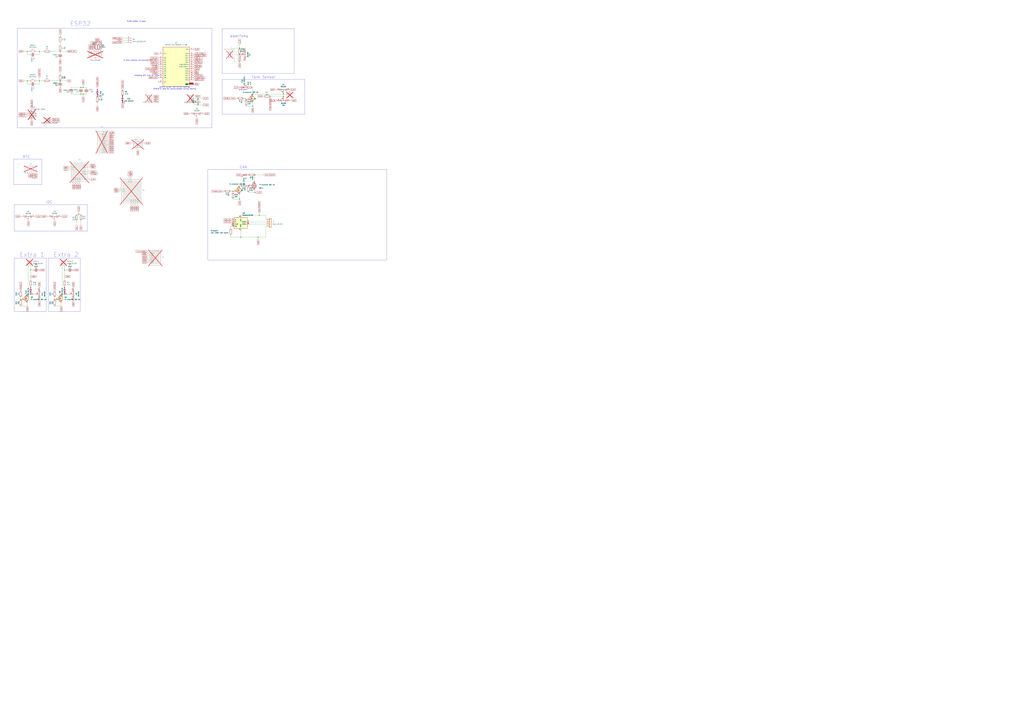
<source format=kicad_sch>
(kicad_sch
	(version 20250114)
	(generator "eeschema")
	(generator_version "9.0")
	(uuid "c26e8d55-0b6e-4c4e-b7c8-b1fed973201c")
	(paper "A0")
	(title_block
		(title "Plant Controller")
		(date "2020-12-21")
		(rev "0.4a")
		(company "C3MA")
	)
	
	(rectangle
		(start 16.51 237.744)
		(end 101.346 268.732)
		(stroke
			(width 0)
			(type default)
		)
		(fill
			(type none)
		)
		(uuid 1ed1aee0-8efb-486a-a550-066a86d5c669)
	)
	(rectangle
		(start 257.81 33.274)
		(end 341.63 85.344)
		(stroke
			(width 0)
			(type default)
		)
		(fill
			(type none)
		)
		(uuid 233c0351-cfd2-4f9e-b811-79c52fcb584d)
	)
	(rectangle
		(start 20.066 32.766)
		(end 246.126 148.59)
		(stroke
			(width 0)
			(type default)
		)
		(fill
			(type none)
		)
		(uuid 3a95b9e0-53dd-4840-b8fb-c11074eed081)
	)
	(rectangle
		(start 257.937 92.329)
		(end 354.076 132.715)
		(stroke
			(width 0)
			(type default)
		)
		(fill
			(type none)
		)
		(uuid 401e2773-4d08-4857-a7c2-f2ab6055fbac)
	)
	(rectangle
		(start 56.134 299.72)
		(end 92.964 361.95)
		(stroke
			(width 0)
			(type default)
		)
		(fill
			(type none)
		)
		(uuid 4b87a272-0a96-40f8-a42c-0bb4a8b95af2)
	)
	(rectangle
		(start 241.3 197.104)
		(end 449.072 302.006)
		(stroke
			(width 0)
			(type default)
		)
		(fill
			(type none)
		)
		(uuid 8b29e635-2665-4ed6-9f24-90ce5d238a55)
	)
	(rectangle
		(start 16.764 299.72)
		(end 53.594 361.95)
		(stroke
			(width 0)
			(type default)
		)
		(fill
			(type none)
		)
		(uuid 9180d8ab-03ef-414a-9b16-36a21edb22c2)
	)
	(rectangle
		(start 15.748 184.912)
		(end 48.26 214.63)
		(stroke
			(width 0)
			(type default)
		)
		(fill
			(type none)
		)
		(uuid f1cb09e6-74b4-43c4-8247-c9f441069dc5)
	)
	(text "GPIO21 pulses high during flashing!\nGPIO19 is used for communication during flashing"
		(exclude_from_sim no)
		(at 202.692 102.362 0)
		(effects
			(font
				(size 1.27 1.27)
			)
		)
		(uuid "2195adc7-ab0b-4ee3-aa2e-b2786571de43")
	)
	(text "To Allow Wakeup via interrupt"
		(exclude_from_sim no)
		(at 157.734 70.104 0)
		(effects
			(font
				(size 1.27 1.27)
			)
		)
		(uuid "2a2b2787-1ab7-4400-91a4-ad0dd84a1701")
	)
	(text "ESP32"
		(exclude_from_sim no)
		(at 81.28 30.48 0)
		(effects
			(font
				(size 5 5)
			)
			(justify left bottom)
		)
		(uuid "3279e749-d62b-45dc-920c-a4d4fc61f21f")
	)
	(text "Tank Sensor"
		(exclude_from_sim no)
		(at 292.1 91.44 0)
		(effects
			(font
				(size 3 3)
			)
			(justify left bottom)
		)
		(uuid "45d00ce1-d24d-4745-b54e-c4c2e50e0191")
	)
	(text "WaterTemp"
		(exclude_from_sim no)
		(at 266.954 43.688 0)
		(effects
			(font
				(size 2.667 2.667)
			)
			(justify left bottom)
		)
		(uuid "59c9990c-80fa-43e9-8e04-020dc8e86397")
	)
	(text "strapping pint must be high"
		(exclude_from_sim no)
		(at 169.672 87.63 0)
		(effects
			(font
				(size 1.27 1.27)
			)
		)
		(uuid "7b27cd3b-0694-416b-8a4d-db02b61ad3f5")
	)
	(text "Extra 2"
		(exclude_from_sim no)
		(at 61.976 299.212 0)
		(effects
			(font
				(size 5.2578 5.2578)
			)
			(justify left bottom)
		)
		(uuid "7d4d3c2e-0309-4db4-bb1b-ebcee691b404")
	)
	(text "I2C\n"
		(exclude_from_sim no)
		(at 53.34 236.728 0)
		(effects
			(font
				(size 3 3)
			)
			(justify left bottom)
		)
		(uuid "7ded9190-4a97-4053-98a7-9fc80b60531c")
	)
	(text "CAN"
		(exclude_from_sim no)
		(at 278.13 196.088 0)
		(effects
			(font
				(size 3 3)
			)
			(justify left bottom)
		)
		(uuid "8cf39c7d-2edb-4d0e-8125-f25de6204719")
	)
	(text "RTC"
		(exclude_from_sim no)
		(at 26.416 184.15 0)
		(effects
			(font
				(size 3 3)
			)
			(justify left bottom)
		)
		(uuid "9240960d-2696-4574-a275-d22681c8f19f")
	)
	(text "Extra 1"
		(exclude_from_sim no)
		(at 22.606 299.212 0)
		(effects
			(font
				(size 5.2578 5.2578)
			)
			(justify left bottom)
		)
		(uuid "bb806151-ed93-4260-a513-d3f8a6d3ffec")
	)
	(text "PUMP_ENABLE is dead"
		(exclude_from_sim no)
		(at 158.242 24.892 0)
		(effects
			(font
				(size 1.27 1.27)
			)
		)
		(uuid "f55c64b8-30c5-485a-856a-ebed595657ec")
	)
	(junction
		(at 278.13 231.14)
		(diameter 0)
		(color 0 0 0 0)
		(uuid "0c3726e0-d1e9-4039-bca5-3677b4c725de")
	)
	(junction
		(at 31.75 59.69)
		(diameter 0)
		(color 0 0 0 0)
		(uuid "0c801748-df91-4145-83f3-9b19cb585cd0")
	)
	(junction
		(at 293.37 123.19)
		(diameter 0)
		(color 0 0 0 0)
		(uuid "17f1a290-14b2-409f-9c48-5d592e211f32")
	)
	(junction
		(at 279.4 275.59)
		(diameter 0)
		(color 0 0 0 0)
		(uuid "19166192-b459-47e1-ac74-21bc03c37b1f")
	)
	(junction
		(at 288.29 215.9)
		(diameter 0)
		(color 0 0 0 0)
		(uuid "1d07663f-bb8f-4e2f-97cc-9f3018c76cec")
	)
	(junction
		(at 63.5 347.98)
		(diameter 0)
		(color 0 0 0 0)
		(uuid "237074c7-4095-4cdb-8836-b36006c70f2d")
	)
	(junction
		(at 93.98 109.22)
		(diameter 0)
		(color 0 0 0 0)
		(uuid "27a17d6b-4590-42cc-ad3f-aca12d30ba26")
	)
	(junction
		(at 35.56 341.63)
		(diameter 0)
		(color 0 0 0 0)
		(uuid "2bef4bea-bb62-4daf-b15b-75895c8a59b4")
	)
	(junction
		(at 33.02 341.63)
		(diameter 0)
		(color 0 0 0 0)
		(uuid "2bf0bdd6-2ca0-4de5-a401-4629c798d1e3")
	)
	(junction
		(at 69.85 59.69)
		(diameter 0)
		(color 0 0 0 0)
		(uuid "44bf766d-2222-4637-ada1-6cbff94abbf8")
	)
	(junction
		(at 278.13 63.5)
		(diameter 0)
		(color 0 0 0 0)
		(uuid "46c0ba75-4154-464f-9e5c-4307b07d2698")
	)
	(junction
		(at 91.44 248.92)
		(diameter 0)
		(color 0 0 0 0)
		(uuid "59cefdea-f0fc-4a2c-8ab5-1fb284bbff64")
	)
	(junction
		(at 300.99 250.19)
		(diameter 0)
		(color 0 0 0 0)
		(uuid "5a68decc-e6e5-4176-82c4-66500391e05e")
	)
	(junction
		(at 24.13 347.98)
		(diameter 0)
		(color 0 0 0 0)
		(uuid "5a7fc9d8-74a5-4dc1-ac7a-6e02e38ddb38")
	)
	(junction
		(at 293.37 109.22)
		(diameter 0)
		(color 0 0 0 0)
		(uuid "614f4425-b4dd-49e6-8d04-4b585f5b7ea5")
	)
	(junction
		(at 270.51 222.25)
		(diameter 0)
		(color 0 0 0 0)
		(uuid "622f5970-1710-4a53-8207-9e7d6a6cb61a")
	)
	(junction
		(at 35.56 313.69)
		(diameter 0)
		(color 0 0 0 0)
		(uuid "7c4ad104-5060-4b7f-8d45-809ed7f43289")
	)
	(junction
		(at 229.87 121.92)
		(diameter 0)
		(color 0 0 0 0)
		(uuid "80d65bc6-dba9-4812-bdea-0cc2f75d7859")
	)
	(junction
		(at 295.91 203.2)
		(diameter 0)
		(color 0 0 0 0)
		(uuid "8aa3ebda-bf7d-4cfb-a2c4-c5515beb2c82")
	)
	(junction
		(at 295.91 223.52)
		(diameter 0)
		(color 0 0 0 0)
		(uuid "9f7bb4a0-b21d-4bdf-8db4-f88a93ef2a49")
	)
	(junction
		(at 45.72 59.69)
		(diameter 0)
		(color 0 0 0 0)
		(uuid "a3104c80-278d-416a-b409-fd08d784c6c7")
	)
	(junction
		(at 328.93 109.22)
		(diameter 0)
		(color 0 0 0 0)
		(uuid "b45885ae-1b76-41c5-80ca-f3da7767748a")
	)
	(junction
		(at 299.72 275.59)
		(diameter 0)
		(color 0 0 0 0)
		(uuid "b6df7d86-f9e1-424a-be6d-2885ce88eb93")
	)
	(junction
		(at 45.72 93.98)
		(diameter 0)
		(color 0 0 0 0)
		(uuid "c39add44-ba76-41fb-8f18-28fa0366e282")
	)
	(junction
		(at 72.39 341.63)
		(diameter 0)
		(color 0 0 0 0)
		(uuid "cd5c9130-70fb-4c6b-8ad5-eb6ea3ac0bdb")
	)
	(junction
		(at 285.75 115.57)
		(diameter 0)
		(color 0 0 0 0)
		(uuid "d2276c73-b996-419c-a5ee-4b25917b0ea5")
	)
	(junction
		(at 31.75 93.98)
		(diameter 0)
		(color 0 0 0 0)
		(uuid "d2b0a197-1410-44de-bdc3-e63959ff5b39")
	)
	(junction
		(at 313.69 111.76)
		(diameter 0)
		(color 0 0 0 0)
		(uuid "d5a62d30-8595-4b2d-b77f-2c8c05e3af0b")
	)
	(junction
		(at 278.13 71.12)
		(diameter 0)
		(color 0 0 0 0)
		(uuid "d799f9e7-9ba0-4c73-ab01-d2e64da7f370")
	)
	(junction
		(at 229.87 114.3)
		(diameter 0)
		(color 0 0 0 0)
		(uuid "d87ec7ee-a984-4873-af6a-591dbaf9505a")
	)
	(junction
		(at 74.93 313.69)
		(diameter 0)
		(color 0 0 0 0)
		(uuid "db211aab-6cf1-4a4c-b2bd-2355f82384e0")
	)
	(junction
		(at 328.93 111.76)
		(diameter 0)
		(color 0 0 0 0)
		(uuid "df6d7758-99c5-489b-9654-8c13c4c38e3d")
	)
	(junction
		(at 278.13 55.88)
		(diameter 0)
		(color 0 0 0 0)
		(uuid "e02eebd3-438f-4aea-a333-95525a446142")
	)
	(junction
		(at 96.52 109.22)
		(diameter 0)
		(color 0 0 0 0)
		(uuid "eccbfa59-0c6d-47df-8d18-db1d8a427072")
	)
	(junction
		(at 93.98 101.6)
		(diameter 0)
		(color 0 0 0 0)
		(uuid "ecea753f-433a-4149-a225-d086184bd656")
	)
	(junction
		(at 69.85 93.98)
		(diameter 0)
		(color 0 0 0 0)
		(uuid "ed603a96-a752-490d-9f6b-e11a5c28a267")
	)
	(junction
		(at 96.52 101.6)
		(diameter 0)
		(color 0 0 0 0)
		(uuid "f1a67806-2122-488a-be9e-3def99cac9b4")
	)
	(junction
		(at 74.93 341.63)
		(diameter 0)
		(color 0 0 0 0)
		(uuid "f411ed64-9cd8-41e6-9c45-19388dc3fd14")
	)
	(no_connect
		(at 31.75 200.66)
		(uuid "133b7027-41a1-4e09-a1e6-24d8bb033b2a")
	)
	(no_connect
		(at 41.91 134.62)
		(uuid "6e3bf7f5-ac34-42e8-8ef5-a375f9ec4670")
	)
	(no_connect
		(at 29.21 200.66)
		(uuid "a8b1637e-8d2e-4941-b9bd-532be9ff9ba7")
	)
	(no_connect
		(at 269.24 260.35)
		(uuid "b85ee670-6055-4d96-864d-9946b60b5995")
	)
	(no_connect
		(at 41.91 132.08)
		(uuid "d86b8e60-6beb-4fca-8d73-f997d63653a6")
	)
	(no_connect
		(at 184.15 87.63)
		(uuid "f3c5dacd-33c5-408d-ad7a-be143502967e")
	)
	(wire
		(pts
			(xy 295.91 223.52) (xy 297.18 223.52)
		)
		(stroke
			(width 0)
			(type default)
		)
		(uuid "00d2c7e9-a47a-447c-9f61-56c541a9a18e")
	)
	(wire
		(pts
			(xy 41.91 63.5) (xy 45.72 63.5)
		)
		(stroke
			(width 0)
			(type default)
		)
		(uuid "0177a789-58ee-4342-a75b-6dc9759a0292")
	)
	(wire
		(pts
			(xy 267.97 222.25) (xy 270.51 222.25)
		)
		(stroke
			(width 0)
			(type default)
		)
		(uuid "06699c9c-4e77-4d50-b854-f457061d0524")
	)
	(wire
		(pts
			(xy 289.56 260.35) (xy 308.61 260.35)
		)
		(stroke
			(width 0)
			(type default)
		)
		(uuid "0edd146b-4349-44df-b88c-13a43f3e9d78")
	)
	(wire
		(pts
			(xy 74.93 341.63) (xy 80.01 341.63)
		)
		(stroke
			(width 0)
			(type default)
		)
		(uuid "120ebb1b-6e37-49ed-b620-6eb109e270e3")
	)
	(wire
		(pts
			(xy 279.4 275.59) (xy 299.72 275.59)
		)
		(stroke
			(width 0)
			(type default)
		)
		(uuid "123f09ab-2141-4d2f-ab26-6f330a6495f1")
	)
	(wire
		(pts
			(xy 278.13 231.14) (xy 278.13 232.41)
		)
		(stroke
			(width 0)
			(type default)
		)
		(uuid "1284e4fa-2ffe-4b9b-bfd8-c369703aa261")
	)
	(wire
		(pts
			(xy 267.97 275.59) (xy 279.4 275.59)
		)
		(stroke
			(width 0)
			(type default)
		)
		(uuid "14313190-1e4b-4965-a557-4c35ffd84c71")
	)
	(wire
		(pts
			(xy 300.99 247.65) (xy 300.99 250.19)
		)
		(stroke
			(width 0)
			(type default)
		)
		(uuid "150a33b8-95ac-4442-9b95-46a020c28304")
	)
	(wire
		(pts
			(xy 82.55 101.6) (xy 93.98 101.6)
		)
		(stroke
			(width 0)
			(type default)
		)
		(uuid "18ddd2d2-e511-427a-8ed7-47d233914a6f")
	)
	(wire
		(pts
			(xy 96.52 109.22) (xy 96.52 111.76)
		)
		(stroke
			(width 0)
			(type default)
		)
		(uuid "1ab70c7f-b32b-445d-9855-6db940558137")
	)
	(wire
		(pts
			(xy 142.24 49.53) (xy 147.32 49.53)
		)
		(stroke
			(width 0)
			(type default)
		)
		(uuid "1beee859-233b-4350-8f50-9c9759cdb634")
	)
	(wire
		(pts
			(xy 43.18 59.69) (xy 45.72 59.69)
		)
		(stroke
			(width 0)
			(type default)
		)
		(uuid "1ca63fb6-baf6-4191-bb5e-78a70eea690f")
	)
	(wire
		(pts
			(xy 270.51 231.14) (xy 278.13 231.14)
		)
		(stroke
			(width 0)
			(type default)
		)
		(uuid "1d61c2b3-75fc-43a1-a0fe-494baadbcc88")
	)
	(wire
		(pts
			(xy 229.87 114.3) (xy 234.95 114.3)
		)
		(stroke
			(width 0)
			(type default)
		)
		(uuid "1ee75389-371d-4303-a4c9-a6fef7dc46c8")
	)
	(wire
		(pts
			(xy 69.85 93.98) (xy 77.47 93.98)
		)
		(stroke
			(width 0)
			(type default)
		)
		(uuid "21cbfe94-5ca9-4e05-91f8-af8286db52f0")
	)
	(wire
		(pts
			(xy 293.37 123.19) (xy 293.37 119.38)
		)
		(stroke
			(width 0)
			(type default)
		)
		(uuid "275bf60c-e931-428c-9fac-c5ed51351ce7")
	)
	(wire
		(pts
			(xy 308.61 255.27) (xy 308.61 250.19)
		)
		(stroke
			(width 0)
			(type default)
		)
		(uuid "2a499354-e148-455b-9a98-2ca2d48a204f")
	)
	(wire
		(pts
			(xy 267.97 262.89) (xy 267.97 265.43)
		)
		(stroke
			(width 0)
			(type default)
		)
		(uuid "2a84b42a-faf4-4f12-b7d4-ed5e125ba152")
	)
	(wire
		(pts
			(xy 275.59 114.3) (xy 274.32 114.3)
		)
		(stroke
			(width 0)
			(type default)
		)
		(uuid "2b5e2002-4910-4b28-b2af-64df078c8f37")
	)
	(wire
		(pts
			(xy 24.13 345.44) (xy 24.13 347.98)
		)
		(stroke
			(width 0)
			(type default)
		)
		(uuid "2daf10fb-bf25-4624-8b12-9ecb2739a811")
	)
	(wire
		(pts
			(xy 34.29 97.79) (xy 31.75 97.79)
		)
		(stroke
			(width 0)
			(type default)
		)
		(uuid "31699884-19e8-4f5a-acb0-7aab16d601da")
	)
	(wire
		(pts
			(xy 45.72 63.5) (xy 45.72 59.69)
		)
		(stroke
			(width 0)
			(type default)
		)
		(uuid "31bf5f35-13b7-4fbb-8116-6685511be1f0")
	)
	(wire
		(pts
			(xy 63.5 347.98) (xy 64.77 347.98)
		)
		(stroke
			(width 0)
			(type default)
		)
		(uuid "323cd23f-bdd3-4e72-b368-de9ff3f69f70")
	)
	(wire
		(pts
			(xy 35.56 313.69) (xy 35.56 309.88)
		)
		(stroke
			(width 0)
			(type default)
		)
		(uuid "3485c98e-42fd-4962-baeb-f49dc1271407")
	)
	(wire
		(pts
			(xy 278.13 52.07) (xy 278.13 55.88)
		)
		(stroke
			(width 0)
			(type default)
		)
		(uuid "36492ecb-e83c-44ed-bce9-108634ac94ff")
	)
	(wire
		(pts
			(xy 285.75 115.57) (xy 287.02 115.57)
		)
		(stroke
			(width 0)
			(type default)
		)
		(uuid "378d661c-b53b-4f0b-af4c-7964a716b679")
	)
	(wire
		(pts
			(xy 35.56 341.63) (xy 40.64 341.63)
		)
		(stroke
			(width 0)
			(type default)
		)
		(uuid "398bc1ad-11e7-49fc-bab0-36ac7dcafc65")
	)
	(wire
		(pts
			(xy 293.37 123.19) (xy 285.75 123.19)
		)
		(stroke
			(width 0)
			(type default)
		)
		(uuid "3a5f8146-84f6-47e4-b5e2-1692155cbbe0")
	)
	(wire
		(pts
			(xy 96.52 101.6) (xy 100.33 101.6)
		)
		(stroke
			(width 0)
			(type default)
		)
		(uuid "3dce1630-8f07-4681-bb48-60204f907b65")
	)
	(wire
		(pts
			(xy 288.29 223.52) (xy 295.91 223.52)
		)
		(stroke
			(width 0)
			(type default)
		)
		(uuid "3eb067a1-924c-45a1-8640-502fd057892b")
	)
	(wire
		(pts
			(xy 74.93 313.69) (xy 74.93 325.12)
		)
		(stroke
			(width 0)
			(type default)
		)
		(uuid "3ff42459-900c-4649-bbc4-ab8737f50082")
	)
	(wire
		(pts
			(xy 72.39 309.88) (xy 72.39 341.63)
		)
		(stroke
			(width 0)
			(type default)
		)
		(uuid "44ae3783-0bc5-433b-8db2-8b8f87531e12")
	)
	(wire
		(pts
			(xy 226.06 114.3) (xy 229.87 114.3)
		)
		(stroke
			(width 0)
			(type default)
		)
		(uuid "44b868eb-c1c8-4396-a25b-1ed4bffa5df2")
	)
	(wire
		(pts
			(xy 31.75 351.79) (xy 31.75 355.6)
		)
		(stroke
			(width 0)
			(type default)
		)
		(uuid "461f9236-bae7-4424-aacb-8f3e89c5885f")
	)
	(wire
		(pts
			(xy 271.78 55.88) (xy 278.13 55.88)
		)
		(stroke
			(width 0)
			(type default)
		)
		(uuid "466941da-e72c-4754-9ae3-e5f3e0803017")
	)
	(wire
		(pts
			(xy 320.04 104.14) (xy 321.31 104.14)
		)
		(stroke
			(width 0)
			(type default)
		)
		(uuid "4763bbcb-eda9-4ab0-ad66-1b29bb694dd2")
	)
	(wire
		(pts
			(xy 31.75 59.69) (xy 33.02 59.69)
		)
		(stroke
			(width 0)
			(type default)
		)
		(uuid "483615ee-41ef-48f3-bab8-747913a3b96f")
	)
	(wire
		(pts
			(xy 74.93 313.69) (xy 74.93 309.88)
		)
		(stroke
			(width 0)
			(type default)
		)
		(uuid "4856e7d5-dad7-4499-8e48-3f7304874107")
	)
	(wire
		(pts
			(xy 259.08 222.25) (xy 260.35 222.25)
		)
		(stroke
			(width 0)
			(type default)
		)
		(uuid "4a3c5c08-b043-4d99-87a4-255e6c67fa4f")
	)
	(wire
		(pts
			(xy 35.56 313.69) (xy 38.1 313.69)
		)
		(stroke
			(width 0)
			(type default)
		)
		(uuid "4abb9a39-702d-4e8c-a8d7-0cf6650dcf1a")
	)
	(wire
		(pts
			(xy 69.85 86.36) (xy 69.85 83.82)
		)
		(stroke
			(width 0)
			(type default)
		)
		(uuid "4bb38bb9-7c08-4826-a42b-21192907f190")
	)
	(wire
		(pts
			(xy 270.51 222.25) (xy 270.51 223.52)
		)
		(stroke
			(width 0)
			(type default)
		)
		(uuid "4d7267f5-03fe-47f3-9648-6668b3fe0e26")
	)
	(wire
		(pts
			(xy 285.75 115.57) (xy 285.75 114.3)
		)
		(stroke
			(width 0)
			(type default)
		)
		(uuid "4fda3434-f306-40fe-aab7-f83993409326")
	)
	(wire
		(pts
			(xy 82.55 109.22) (xy 93.98 109.22)
		)
		(stroke
			(width 0)
			(type default)
		)
		(uuid "51413235-4eed-45c2-a2a5-ae2f1bbae42f")
	)
	(wire
		(pts
			(xy 69.85 59.69) (xy 77.47 59.69)
		)
		(stroke
			(width 0)
			(type default)
		)
		(uuid "5256d83b-af0e-4569-b35e-4538fa9f0c95")
	)
	(wire
		(pts
			(xy 31.75 93.98) (xy 31.75 97.79)
		)
		(stroke
			(width 0)
			(type default)
		)
		(uuid "536ecfb7-07b7-4bf3-b53a-4fdb8c0b7f89")
	)
	(wire
		(pts
			(xy 45.72 59.69) (xy 50.8 59.69)
		)
		(stroke
			(width 0)
			(type default)
		)
		(uuid "54ca3150-def0-4bc3-8825-96aab67dcdc1")
	)
	(wire
		(pts
			(xy 69.85 49.53) (xy 69.85 52.07)
		)
		(stroke
			(width 0)
			(type default)
		)
		(uuid "55bd0438-7295-46aa-bd32-0ce2fda20b0b")
	)
	(wire
		(pts
			(xy 299.72 275.59) (xy 299.72 278.13)
		)
		(stroke
			(width 0)
			(type default)
		)
		(uuid "5653655c-851d-46fe-b60a-71d2665413d9")
	)
	(wire
		(pts
			(xy 269.24 262.89) (xy 267.97 262.89)
		)
		(stroke
			(width 0)
			(type default)
		)
		(uuid "57f94b3e-2ae8-4ef5-9347-9a178f6b8342")
	)
	(wire
		(pts
			(xy 293.37 109.22) (xy 328.93 109.22)
		)
		(stroke
			(width 0)
			(type default)
		)
		(uuid "60a62d88-28f4-4168-abad-a0a075987d66")
	)
	(wire
		(pts
			(xy 219.71 132.08) (xy 220.98 132.08)
		)
		(stroke
			(width 0)
			(type default)
		)
		(uuid "62e15c17-7df5-475e-b103-0d4f69dd85c3")
	)
	(wire
		(pts
			(xy 226.06 116.84) (xy 226.06 121.92)
		)
		(stroke
			(width 0)
			(type default)
		)
		(uuid "644eabac-1c27-416e-bf4d-750948deadf2")
	)
	(wire
		(pts
			(xy 27.94 93.98) (xy 31.75 93.98)
		)
		(stroke
			(width 0)
			(type default)
		)
		(uuid "658cd722-822e-4271-af54-fd25a45efbeb")
	)
	(wire
		(pts
			(xy 74.93 334.01) (xy 74.93 332.74)
		)
		(stroke
			(width 0)
			(type default)
		)
		(uuid "666ce09a-0a0c-491a-bb39-4cbbb328181f")
	)
	(wire
		(pts
			(xy 72.39 341.63) (xy 71.12 341.63)
		)
		(stroke
			(width 0)
			(type default)
		)
		(uuid "6d047e78-eceb-4684-ac3f-c76ea2db8034")
	)
	(wire
		(pts
			(xy 69.85 59.69) (xy 69.85 60.96)
		)
		(stroke
			(width 0)
			(type default)
		)
		(uuid "700ef27d-1afc-4474-9c7e-7495dfb2cd41")
	)
	(wire
		(pts
			(xy 63.5 355.6) (xy 71.12 355.6)
		)
		(stroke
			(width 0)
			(type default)
		)
		(uuid "707f2e70-3df7-4f7c-99d6-c64a72e98548")
	)
	(wire
		(pts
			(xy 91.44 246.38) (xy 91.44 248.92)
		)
		(stroke
			(width 0)
			(type default)
		)
		(uuid "70866635-ddea-48d8-8718-83534d7ee14b")
	)
	(wire
		(pts
			(xy 96.52 99.06) (xy 96.52 101.6)
		)
		(stroke
			(width 0)
			(type default)
		)
		(uuid "722ee4f9-72ec-47c5-8af9-2593b457c9f6")
	)
	(wire
		(pts
			(xy 63.5 345.44) (xy 63.5 347.98)
		)
		(stroke
			(width 0)
			(type default)
		)
		(uuid "74091b03-ef55-4172-9d0a-d152352c23d4")
	)
	(wire
		(pts
			(xy 93.98 101.6) (xy 96.52 101.6)
		)
		(stroke
			(width 0)
			(type default)
		)
		(uuid "74b2227a-fa56-4549-b733-9557b9413712")
	)
	(wire
		(pts
			(xy 45.72 93.98) (xy 45.72 97.79)
		)
		(stroke
			(width 0)
			(type default)
		)
		(uuid "76babe23-9fed-45a3-9579-567c56af29ba")
	)
	(wire
		(pts
			(xy 33.02 341.63) (xy 35.56 341.63)
		)
		(stroke
			(width 0)
			(type default)
		)
		(uuid "79efefe3-2f9a-4adc-8d8e-3d3c4fd080ba")
	)
	(wire
		(pts
			(xy 34.29 63.5) (xy 31.75 63.5)
		)
		(stroke
			(width 0)
			(type default)
		)
		(uuid "7d485185-3d6f-4ba3-a470-0c5cd8a21f08")
	)
	(wire
		(pts
			(xy 31.75 93.98) (xy 33.02 93.98)
		)
		(stroke
			(width 0)
			(type default)
		)
		(uuid "7e0b43c8-36f8-4add-a349-afdc2cb53952")
	)
	(wire
		(pts
			(xy 279.4 267.97) (xy 279.4 275.59)
		)
		(stroke
			(width 0)
			(type default)
		)
		(uuid "80354c83-9439-41bb-b496-331d09b65dfa")
	)
	(wire
		(pts
			(xy 271.78 71.12) (xy 278.13 71.12)
		)
		(stroke
			(width 0)
			(type default)
		)
		(uuid "80434ffa-f919-4d72-8038-56a22544dbf9")
	)
	(wire
		(pts
			(xy 93.98 109.22) (xy 96.52 109.22)
		)
		(stroke
			(width 0)
			(type default)
		)
		(uuid "8407ac68-3faf-4589-b1de-98116c7b6a4f")
	)
	(wire
		(pts
			(xy 278.13 63.5) (xy 279.4 63.5)
		)
		(stroke
			(width 0)
			(type default)
		)
		(uuid "85d1d84c-fd22-4545-baea-ced839ab08b1")
	)
	(wire
		(pts
			(xy 24.13 251.46) (xy 25.4 251.46)
		)
		(stroke
			(width 0)
			(type default)
		)
		(uuid "8c027af5-0ec1-4c51-959c-ea99286f05f4")
	)
	(wire
		(pts
			(xy 271.78 66.04) (xy 271.78 71.12)
		)
		(stroke
			(width 0)
			(type default)
		)
		(uuid "91e75e41-3d05-4931-9e4d-b6a0534378d1")
	)
	(wire
		(pts
			(xy 24.13 347.98) (xy 25.4 347.98)
		)
		(stroke
			(width 0)
			(type default)
		)
		(uuid "9265ba8d-aa8e-4f84-90a1-4bb3ca015621")
	)
	(wire
		(pts
			(xy 71.12 351.79) (xy 71.12 355.6)
		)
		(stroke
			(width 0)
			(type default)
		)
		(uuid "93314357-f2cf-4957-a6b1-9d033873da88")
	)
	(wire
		(pts
			(xy 88.9 256.54) (xy 88.9 261.62)
		)
		(stroke
			(width 0)
			(type default)
		)
		(uuid "93c17db2-793e-4a58-8c7e-ff5af9ec0b01")
	)
	(wire
		(pts
			(xy 226.06 121.92) (xy 229.87 121.92)
		)
		(stroke
			(width 0)
			(type default)
		)
		(uuid "97d339c5-225b-44e6-942d-fe692ed2713c")
	)
	(wire
		(pts
			(xy 278.13 71.12) (xy 284.48 71.12)
		)
		(stroke
			(width 0)
			(type default)
		)
		(uuid "99c7b492-11b3-4968-bb47-e0e498beb4f4")
	)
	(wire
		(pts
			(xy 142.24 46.99) (xy 147.32 46.99)
		)
		(stroke
			(width 0)
			(type default)
		)
		(uuid "a05a58e8-2be9-48f5-901e-7c5c204a399d")
	)
	(wire
		(pts
			(xy 93.98 261.62) (xy 93.98 256.54)
		)
		(stroke
			(width 0)
			(type default)
		)
		(uuid "a0dea2ad-b1d7-490e-8617-4f6f933c9a95")
	)
	(wire
		(pts
			(xy 295.91 203.2) (xy 295.91 210.82)
		)
		(stroke
			(width 0)
			(type default)
		)
		(uuid "a382d13c-c48e-4b77-be5d-0d27829429c9")
	)
	(wire
		(pts
			(xy 267.97 273.05) (xy 267.97 275.59)
		)
		(stroke
			(width 0)
			(type default)
		)
		(uuid "a63170af-451f-4e57-86b8-9e3cc77ff6f3")
	)
	(wire
		(pts
			(xy 58.42 93.98) (xy 69.85 93.98)
		)
		(stroke
			(width 0)
			(type default)
		)
		(uuid "a650c4ef-35d1-41cc-a1b8-2f4d039def3e")
	)
	(wire
		(pts
			(xy 45.72 93.98) (xy 50.8 93.98)
		)
		(stroke
			(width 0)
			(type default)
		)
		(uuid "a6f20c79-82b3-4cbc-a418-b3e892edf979")
	)
	(wire
		(pts
			(xy 229.87 121.92) (xy 234.95 121.92)
		)
		(stroke
			(width 0)
			(type default)
		)
		(uuid "a9a80599-37da-40a1-aecd-15d6cb538347")
	)
	(wire
		(pts
			(xy 41.91 97.79) (xy 45.72 97.79)
		)
		(stroke
			(width 0)
			(type default)
		)
		(uuid "b0727bbf-4aa0-4f1f-a393-5a2444607ca8")
	)
	(wire
		(pts
			(xy 43.18 93.98) (xy 45.72 93.98)
		)
		(stroke
			(width 0)
			(type default)
		)
		(uuid "b34bc502-57b5-42ca-a1e3-e37a6b18fa8a")
	)
	(wire
		(pts
			(xy 308.61 262.89) (xy 308.61 275.59)
		)
		(stroke
			(width 0)
			(type default)
		)
		(uuid "b34dbc0f-d0f5-46be-a41e-6e3a569790dc")
	)
	(wire
		(pts
			(xy 278.13 71.12) (xy 278.13 72.39)
		)
		(stroke
			(width 0)
			(type default)
		)
		(uuid "b8e1344d-eebb-405e-bf45-bf7286818846")
	)
	(wire
		(pts
			(xy 293.37 124.46) (xy 293.37 123.19)
		)
		(stroke
			(width 0)
			(type default)
		)
		(uuid "bb4f2f26-b712-4588-89fd-57e1b91b981a")
	)
	(wire
		(pts
			(xy 72.39 341.63) (xy 74.93 341.63)
		)
		(stroke
			(width 0)
			(type default)
		)
		(uuid "bcbdfbfe-813b-406c-8e78-ecf377694e4b")
	)
	(wire
		(pts
			(xy 287.02 215.9) (xy 288.29 215.9)
		)
		(stroke
			(width 0)
			(type default)
		)
		(uuid "bd283261-3d2c-45f4-9544-2b5523ad05a7")
	)
	(wire
		(pts
			(xy 270.51 222.25) (xy 271.78 222.25)
		)
		(stroke
			(width 0)
			(type default)
		)
		(uuid "be960626-c1a0-4bf7-92b0-89dc40218816")
	)
	(wire
		(pts
			(xy 278.13 55.88) (xy 284.48 55.88)
		)
		(stroke
			(width 0)
			(type default)
		)
		(uuid "c3c4e6a5-ffd0-4949-b1ed-9dbac4816a31")
	)
	(wire
		(pts
			(xy 31.75 63.5) (xy 31.75 59.69)
		)
		(stroke
			(width 0)
			(type default)
		)
		(uuid "c64f7182-b1d1-414b-8311-bf9c8def56b0")
	)
	(wire
		(pts
			(xy 27.94 59.69) (xy 31.75 59.69)
		)
		(stroke
			(width 0)
			(type default)
		)
		(uuid "c80e2422-7139-49dc-b3f9-625263c3cdf8")
	)
	(wire
		(pts
			(xy 293.37 101.6) (xy 293.37 109.22)
		)
		(stroke
			(width 0)
			(type default)
		)
		(uuid "cad969f2-74fc-4d70-ae1a-5f7c9f1fafe5")
	)
	(wire
		(pts
			(xy 313.69 111.76) (xy 313.69 113.03)
		)
		(stroke
			(width 0)
			(type default)
		)
		(uuid "d015eee5-e700-4aae-9740-7584ac86f2dc")
	)
	(wire
		(pts
			(xy 69.85 40.64) (xy 69.85 41.91)
		)
		(stroke
			(width 0)
			(type default)
		)
		(uuid "d32bf4e8-ecff-4ac9-ad29-ae1c8bda82d7")
	)
	(wire
		(pts
			(xy 33.02 341.63) (xy 31.75 341.63)
		)
		(stroke
			(width 0)
			(type default)
		)
		(uuid "d3a8bba0-f6b8-492c-bd32-cf4f52b3a460")
	)
	(wire
		(pts
			(xy 45.72 90.17) (xy 45.72 93.98)
		)
		(stroke
			(width 0)
			(type default)
		)
		(uuid "d620b9ee-3d35-4705-a602-47bebfdc9e10")
	)
	(wire
		(pts
			(xy 289.56 257.81) (xy 308.61 257.81)
		)
		(stroke
			(width 0)
			(type default)
		)
		(uuid "d9d47c90-98e8-448f-b97f-311918e8b47b")
	)
	(wire
		(pts
			(xy 271.78 60.96) (xy 271.78 55.88)
		)
		(stroke
			(width 0)
			(type default)
		)
		(uuid "db1449f4-7508-4d35-a59d-651f6bb67398")
	)
	(wire
		(pts
			(xy 285.75 114.3) (xy 283.21 114.3)
		)
		(stroke
			(width 0)
			(type default)
		)
		(uuid "e0590603-97f3-488f-aff4-b2368937ebe3")
	)
	(wire
		(pts
			(xy 299.72 275.59) (xy 308.61 275.59)
		)
		(stroke
			(width 0)
			(type default)
		)
		(uuid "e0baa260-4433-435a-8fdb-c95070b6a17f")
	)
	(wire
		(pts
			(xy 328.93 111.76) (xy 331.47 111.76)
		)
		(stroke
			(width 0)
			(type default)
		)
		(uuid "e1cb434d-ad4f-4f8f-9de9-d90ae9cd1c77")
	)
	(wire
		(pts
			(xy 54.61 251.46) (xy 55.88 251.46)
		)
		(stroke
			(width 0)
			(type default)
		)
		(uuid "e3114c64-3a58-46b0-a670-c83661c7de49")
	)
	(wire
		(pts
			(xy 295.91 203.2) (xy 306.07 203.2)
		)
		(stroke
			(width 0)
			(type default)
		)
		(uuid "ea11e694-d41b-4635-9c51-afcb7fd10439")
	)
	(wire
		(pts
			(xy 313.69 111.76) (xy 328.93 111.76)
		)
		(stroke
			(width 0)
			(type default)
		)
		(uuid "ed1859d2-f596-4cb5-a5ad-7acc9d34a435")
	)
	(wire
		(pts
			(xy 35.56 313.69) (xy 35.56 325.12)
		)
		(stroke
			(width 0)
			(type default)
		)
		(uuid "ed1fd11f-d09d-48a9-9ccc-935ebda3f31e")
	)
	(wire
		(pts
			(xy 142.24 44.45) (xy 147.32 44.45)
		)
		(stroke
			(width 0)
			(type default)
		)
		(uuid "ede5a054-18a1-4079-b94b-e81d597fb7e8")
	)
	(wire
		(pts
			(xy 300.99 250.19) (xy 279.4 250.19)
		)
		(stroke
			(width 0)
			(type default)
		)
		(uuid "eed2a20e-8a2e-468c-986b-703f48d14fad")
	)
	(wire
		(pts
			(xy 279.4 215.9) (xy 278.13 215.9)
		)
		(stroke
			(width 0)
			(type default)
		)
		(uuid "ef84e875-bc95-4e0c-b7cd-f833532b8fe9")
	)
	(wire
		(pts
			(xy 295.91 223.52) (xy 295.91 220.98)
		)
		(stroke
			(width 0)
			(type default)
		)
		(uuid "efae81ae-a4a3-4b51-8fb5-158ac9b5c034")
	)
	(wire
		(pts
			(xy 58.42 59.69) (xy 69.85 59.69)
		)
		(stroke
			(width 0)
			(type default)
		)
		(uuid "efe43904-6098-445c-abdc-2bc8ca9294e5")
	)
	(wire
		(pts
			(xy 328.93 109.22) (xy 331.47 109.22)
		)
		(stroke
			(width 0)
			(type default)
		)
		(uuid "f0fe1774-fe0e-4df8-8b74-3ff52c87b757")
	)
	(wire
		(pts
			(xy 337.82 116.84) (xy 336.55 116.84)
		)
		(stroke
			(width 0)
			(type default)
		)
		(uuid "f1a50e89-e842-4523-8212-2d0c94809628")
	)
	(wire
		(pts
			(xy 96.52 109.22) (xy 100.33 109.22)
		)
		(stroke
			(width 0)
			(type default)
		)
		(uuid "f1c085fa-3dc9-4e20-974e-d9de9c622474")
	)
	(wire
		(pts
			(xy 308.61 250.19) (xy 300.99 250.19)
		)
		(stroke
			(width 0)
			(type default)
		)
		(uuid "f257f0d3-9a51-4ffa-86cc-5723ff5e10af")
	)
	(wire
		(pts
			(xy 24.13 355.6) (xy 31.75 355.6)
		)
		(stroke
			(width 0)
			(type default)
		)
		(uuid "f2e01eb8-dda0-4f4c-a50c-8fd5751acfb1")
	)
	(wire
		(pts
			(xy 113.03 101.6) (xy 113.03 104.14)
		)
		(stroke
			(width 0)
			(type default)
		)
		(uuid "f30c40b9-fbc4-4f15-8b49-bc02d2675311")
	)
	(wire
		(pts
			(xy 35.56 334.01) (xy 35.56 332.74)
		)
		(stroke
			(width 0)
			(type default)
		)
		(uuid "f3bf6e36-aa7c-4ac8-8639-188ecb6b8e30")
	)
	(wire
		(pts
			(xy 88.9 248.92) (xy 91.44 248.92)
		)
		(stroke
			(width 0)
			(type default)
		)
		(uuid "f5e7d45d-4790-4305-9401-f604f4076991")
	)
	(wire
		(pts
			(xy 278.13 226.06) (xy 278.13 231.14)
		)
		(stroke
			(width 0)
			(type default)
		)
		(uuid "f6863006-a26d-4e4e-814f-8be362cb4a87")
	)
	(wire
		(pts
			(xy 271.78 63.5) (xy 278.13 63.5)
		)
		(stroke
			(width 0)
			(type default)
		)
		(uuid "f9c01c92-19e3-4daa-9743-ed08778d5561")
	)
	(wire
		(pts
			(xy 33.02 309.88) (xy 33.02 341.63)
		)
		(stroke
			(width 0)
			(type default)
		)
		(uuid "fa43ccc0-370c-4fdb-a0d8-dd3f4f7e79e7")
	)
	(wire
		(pts
			(xy 74.93 313.69) (xy 77.47 313.69)
		)
		(stroke
			(width 0)
			(type default)
		)
		(uuid "fcaf42a8-4767-4fa9-907c-897f08df9f9c")
	)
	(wire
		(pts
			(xy 113.03 119.38) (xy 113.03 123.19)
		)
		(stroke
			(width 0)
			(type default)
		)
		(uuid "fdfc0054-bdc4-4e7d-873c-b15a0eb65110")
	)
	(wire
		(pts
			(xy 91.44 248.92) (xy 93.98 248.92)
		)
		(stroke
			(width 0)
			(type default)
		)
		(uuid "ff6dab05-366f-49e5-b875-92ab1629809b")
	)
	(global_label "GND"
		(shape input)
		(at 85.09 334.01 90)
		(fields_autoplaced yes)
		(effects
			(font
				(size 1.27 1.27)
			)
			(justify left)
		)
		(uuid "01f0ce47-812c-4593-960f-ca9592317683")
		(property "Intersheetrefs" "${INTERSHEET_REFS}"
			(at 85.09 327.1543 90)
			(effects
				(font
					(size 1.27 1.27)
				)
				(justify left)
				(hide yes)
			)
		)
	)
	(global_label "TANK_SENSOR"
		(shape input)
		(at 184.15 80.01 180)
		(fields_autoplaced yes)
		(effects
			(font
				(size 1.27 1.27)
			)
			(justify right)
		)
		(uuid "0277878d-a4a6-4231-8b67-d156df63670e")
		(property "Intersheetrefs" "${INTERSHEET_REFS}"
			(at 168.6957 80.01 0)
			(effects
				(font
					(size 1.27 1.27)
				)
				(justify right)
				(hide yes)
			)
		)
	)
	(global_label "GND"
		(shape input)
		(at 337.82 116.84 0)
		(fields_autoplaced yes)
		(effects
			(font
				(size 1.27 1.27)
			)
			(justify left)
		)
		(uuid "05c81bef-81a5-4a36-ab49-e60fb7156524")
		(property "Intersheetrefs" "${INTERSHEET_REFS}"
			(at 343.9421 116.84 0)
			(effects
				(font
					(size 1.27 1.27)
				)
				(justify left)
				(hide yes)
			)
		)
	)
	(global_label "3_3V"
		(shape input)
		(at 321.31 116.84 180)
		(fields_autoplaced yes)
		(effects
			(font
				(size 1.27 1.27)
			)
			(justify right)
		)
		(uuid "05d6d37f-4aa5-4dd8-a14c-e60a7d890ed1")
		(property "Intersheetrefs" "${INTERSHEET_REFS}"
			(at 314.5832 116.84 0)
			(effects
				(font
					(size 1.27 1.27)
				)
				(justify right)
				(hide yes)
			)
		)
	)
	(global_label "3_3V"
		(shape input)
		(at 297.18 223.52 0)
		(fields_autoplaced yes)
		(effects
			(font
				(size 1.27 1.27)
			)
			(justify left)
		)
		(uuid "064a757c-81c2-4d27-9871-1cdfc637d0bb")
		(property "Intersheetrefs" "${INTERSHEET_REFS}"
			(at 304.6404 223.52 0)
			(effects
				(font
					(size 1.27 1.27)
				)
				(justify left)
				(hide yes)
			)
		)
	)
	(global_label "VBAT"
		(shape input)
		(at 152.4 205.74 90)
		(fields_autoplaced yes)
		(effects
			(font
				(size 1.27 1.27)
			)
			(justify left)
		)
		(uuid "06c8a595-7bf2-4dd7-a4f0-ac17b2d46649")
		(property "Intersheetrefs" "${INTERSHEET_REFS}"
			(at 152.4 198.9942 90)
			(effects
				(font
					(size 1.27 1.27)
				)
				(justify left)
				(hide yes)
			)
		)
	)
	(global_label "GND"
		(shape input)
		(at 320.04 104.14 180)
		(fields_autoplaced yes)
		(effects
			(font
				(size 1.27 1.27)
			)
			(justify right)
		)
		(uuid "07eb776c-3b6c-493d-938d-f5eeb93bb30f")
		(property "Intersheetrefs" "${INTERSHEET_REFS}"
			(at 313.9179 104.14 0)
			(effects
				(font
					(size 1.27 1.27)
				)
				(justify right)
				(hide yes)
			)
		)
	)
	(global_label "GND"
		(shape input)
		(at 96.52 99.06 90)
		(fields_autoplaced yes)
		(effects
			(font
				(size 1.27 1.27)
			)
			(justify left)
		)
		(uuid "07f2735a-5fa4-495f-a960-1a2fafe677bd")
		(property "Intersheetrefs" "${INTERSHEET_REFS}"
			(at 96.52 92.9379 90)
			(effects
				(font
					(size 1.27 1.27)
				)
				(justify left)
				(hide yes)
			)
		)
	)
	(global_label "3_3V"
		(shape input)
		(at 149.86 205.74 90)
		(fields_autoplaced yes)
		(effects
			(font
				(size 1.27 1.27)
			)
			(justify left)
		)
		(uuid "09a7e979-4a18-4d80-a7c2-c9c10cdbfd9d")
		(property "Intersheetrefs" "${INTERSHEET_REFS}"
			(at 149.86 198.9338 90)
			(effects
				(font
					(size 1.27 1.27)
				)
				(justify left)
				(hide yes)
			)
		)
	)
	(global_label "GND"
		(shape input)
		(at 226.06 111.76 0)
		(fields_autoplaced yes)
		(effects
			(font
				(size 1.27 1.27)
			)
			(justify left)
		)
		(uuid "09df9ed6-1e8f-41ca-830c-ab300f318c83")
		(property "Intersheetrefs" "${INTERSHEET_REFS}"
			(at 232.2615 111.76 0)
			(effects
				(font
					(size 1.27 1.27)
				)
				(justify left)
				(hide yes)
			)
		)
	)
	(global_label "WORKING"
		(shape input)
		(at 224.79 87.63 0)
		(fields_autoplaced yes)
		(effects
			(font
				(size 1.27 1.27)
			)
			(justify left)
		)
		(uuid "0af53f6a-ea11-4d73-a8d1-f63ebcdc2e54")
		(property "Intersheetrefs" "${INTERSHEET_REFS}"
			(at 235.6482 87.63 0)
			(effects
				(font
					(size 1.27 1.27)
				)
				(justify left)
				(hide yes)
			)
		)
	)
	(global_label "Charge"
		(shape input)
		(at 184.15 74.93 180)
		(fields_autoplaced yes)
		(effects
			(font
				(size 1.27 1.27)
			)
			(justify right)
		)
		(uuid "0d0161bc-7240-4eee-8726-d1822cffb0f6")
		(property "Intersheetrefs" "${INTERSHEET_REFS}"
			(at 175.2272 74.93 0)
			(effects
				(font
					(size 1.27 1.27)
				)
				(justify right)
				(hide yes)
			)
		)
	)
	(global_label "USB_D-"
		(shape input)
		(at 109.22 58.42 90)
		(fields_autoplaced yes)
		(effects
			(font
				(size 1.27 1.27)
			)
			(justify left)
		)
		(uuid "0d994ccb-a63f-4416-9894-9ddfda536836")
		(property "Intersheetrefs" "${INTERSHEET_REFS}"
			(at 109.22 48.469 90)
			(effects
				(font
					(size 1.27 1.27)
				)
				(justify left)
				(hide yes)
			)
		)
	)
	(global_label "GND"
		(shape input)
		(at 154.94 238.76 270)
		(fields_autoplaced yes)
		(effects
			(font
				(size 1.27 1.27)
			)
			(justify right)
		)
		(uuid "0e2ae4f1-4564-4982-956b-ea4c210979bf")
		(property "Intersheetrefs" "${INTERSHEET_REFS}"
			(at 154.94 244.9615 90)
			(effects
				(font
					(size 1.27 1.27)
				)
				(justify right)
				(hide yes)
			)
		)
	)
	(global_label "LED_ENABLE"
		(shape input)
		(at 171.45 292.1 180)
		(fields_autoplaced yes)
		(effects
			(font
				(size 1.27 1.27)
			)
			(justify right)
		)
		(uuid "11cc9fe3-80f4-40f0-bfcd-ee01b4fd2a55")
		(property "Intersheetrefs" "${INTERSHEET_REFS}"
			(at 157.6891 292.1 0)
			(effects
				(font
					(size 1.27 1.27)
				)
				(justify right)
				(hide yes)
			)
		)
	)
	(global_label "SDA"
		(shape input)
		(at 36.83 200.66 270)
		(fields_autoplaced yes)
		(effects
			(font
				(size 1.27 1.27)
			)
			(justify right)
		)
		(uuid "15df726b-dd98-4aca-996c-07a91cdb9d7a")
		(property "Intersheetrefs" "${INTERSHEET_REFS}"
			(at 36.83 206.5591 90)
			(effects
				(font
					(size 1.27 1.27)
				)
				(justify right)
				(hide yes)
			)
		)
	)
	(global_label "GND"
		(shape input)
		(at 171.45 297.18 180)
		(fields_autoplaced yes)
		(effects
			(font
				(size 1.27 1.27)
			)
			(justify right)
		)
		(uuid "1acf831d-2a29-4a4e-a38c-6e35bf2b277f")
		(property "Intersheetrefs" "${INTERSHEET_REFS}"
			(at 165.2485 297.18 0)
			(effects
				(font
					(size 1.27 1.27)
				)
				(justify right)
				(hide yes)
			)
		)
	)
	(global_label "SDA"
		(shape input)
		(at 177.8 114.3 0)
		(fields_autoplaced yes)
		(effects
			(font
				(size 1.27 1.27)
			)
			(justify left)
		)
		(uuid "1c205131-2195-4fc5-98ca-0cab3ff1b276")
		(property "Intersheetrefs" "${INTERSHEET_REFS}"
			(at 183.6197 114.3 0)
			(effects
				(font
					(size 1.27 1.27)
				)
				(justify left)
				(hide yes)
			)
		)
	)
	(global_label "GND"
		(shape input)
		(at 293.37 124.46 270)
		(fields_autoplaced yes)
		(effects
			(font
				(size 1.27 1.27)
			)
			(justify right)
		)
		(uuid "20826301-241c-4b61-8480-c1231645cf78")
		(property "Intersheetrefs" "${INTERSHEET_REFS}"
			(at 293.37 130.5821 90)
			(effects
				(font
					(size 1.27 1.27)
				)
				(justify right)
				(hide yes)
			)
		)
	)
	(global_label "VBAT"
		(shape input)
		(at 85.09 349.25 270)
		(fields_autoplaced yes)
		(effects
			(font
				(size 1.27 1.27)
			)
			(justify right)
		)
		(uuid "23c912c6-12c3-411c-bd7f-baaa5f29c31c")
		(property "Intersheetrefs" "${INTERSHEET_REFS}"
			(at 85.09 356.65 90)
			(effects
				(font
					(size 1.27 1.27)
				)
				(justify right)
				(hide yes)
			)
		)
	)
	(global_label "Enable_Can"
		(shape input)
		(at 224.79 90.17 0)
		(fields_autoplaced yes)
		(effects
			(font
				(size 1.27 1.27)
			)
			(justify left)
		)
		(uuid "24d16250-672e-44fe-ad70-3074ead5551d")
		(property "Intersheetrefs" "${INTERSHEET_REFS}"
			(at 238.0064 90.17 0)
			(effects
				(font
					(size 1.27 1.27)
				)
				(justify left)
				(hide yes)
			)
		)
	)
	(global_label "GND"
		(shape input)
		(at 24.13 251.46 180)
		(fields_autoplaced yes)
		(effects
			(font
				(size 1.27 1.27)
			)
			(justify right)
		)
		(uuid "29a5ca9f-ceff-4d1f-9d68-01494322a3e8")
		(property "Intersheetrefs" "${INTERSHEET_REFS}"
			(at 18.0079 251.46 0)
			(effects
				(font
					(size 1.27 1.27)
				)
				(justify right)
				(hide yes)
			)
		)
	)
	(global_label "GND"
		(shape input)
		(at 125.73 173.99 0)
		(fields_autoplaced yes)
		(effects
			(font
				(size 1.27 1.27)
			)
			(justify left)
		)
		(uuid "2b9f7359-b644-478f-ba13-5ea4a3466855")
		(property "Intersheetrefs" "${INTERSHEET_REFS}"
			(at 131.9315 173.99 0)
			(effects
				(font
					(size 1.27 1.27)
				)
				(justify left)
				(hide yes)
			)
		)
	)
	(global_label "USB_BUS"
		(shape input)
		(at 36.83 127 90)
		(fields_autoplaced yes)
		(effects
			(font
				(size 1.27 1.27)
			)
			(justify left)
		)
		(uuid "2c73b682-c34d-4be6-90ef-25750bdd4b53")
		(property "Intersheetrefs" "${INTERSHEET_REFS}"
			(at 36.83 116.0814 90)
			(effects
				(font
					(size 1.27 1.27)
				)
				(justify left)
				(hide yes)
			)
		)
	)
	(global_label "SDA"
		(shape input)
		(at 224.79 85.09 0)
		(fields_autoplaced yes)
		(effects
			(font
				(size 1.27 1.27)
			)
			(justify left)
		)
		(uuid "2eebddac-8c2f-4574-8648-38ee33af1472")
		(property "Intersheetrefs" "${INTERSHEET_REFS}"
			(at 230.6891 85.09 0)
			(effects
				(font
					(size 1.27 1.27)
				)
				(justify left)
				(hide yes)
			)
		)
	)
	(global_label "GND"
		(shape input)
		(at 160.02 173.99 270)
		(fields_autoplaced yes)
		(effects
			(font
				(size 1.27 1.27)
			)
			(justify right)
		)
		(uuid "300650e6-036d-445a-a054-e0480cee81f6")
		(property "Intersheetrefs" "${INTERSHEET_REFS}"
			(at 160.02 180.1915 90)
			(effects
				(font
					(size 1.27 1.27)
				)
				(justify right)
				(hide yes)
			)
		)
	)
	(global_label "WORKING"
		(shape input)
		(at 142.24 104.14 90)
		(fields_autoplaced yes)
		(effects
			(font
				(size 1.27 1.27)
			)
			(justify left)
		)
		(uuid "303310f5-7f76-473a-84ff-825ecc4bddd1")
		(property "Intersheetrefs" "${INTERSHEET_REFS}"
			(at 142.24 93.2818 90)
			(effects
				(font
					(size 1.27 1.27)
				)
				(justify left)
				(hide yes)
			)
		)
	)
	(global_label "FLOW"
		(shape input)
		(at 228.6 137.16 270)
		(fields_autoplaced yes)
		(effects
			(font
				(size 1.27 1.27)
			)
			(justify right)
		)
		(uuid "34231fa6-ab62-4cfa-828a-b9604edabdea")
		(property "Intersheetrefs" "${INTERSHEET_REFS}"
			(at 228.6 144.3896 90)
			(effects
				(font
					(size 1.27 1.27)
				)
				(justify right)
				(hide yes)
			)
		)
	)
	(global_label "GND"
		(shape input)
		(at 125.73 168.91 0)
		(fields_autoplaced yes)
		(effects
			(font
				(size 1.27 1.27)
			)
			(justify left)
		)
		(uuid "36226fb3-6951-4568-90f3-daa99e609121")
		(property "Intersheetrefs" "${INTERSHEET_REFS}"
			(at 131.9315 168.91 0)
			(effects
				(font
					(size 1.27 1.27)
				)
				(justify left)
				(hide yes)
			)
		)
	)
	(global_label "GND"
		(shape input)
		(at 125.73 166.37 0)
		(fields_autoplaced yes)
		(effects
			(font
				(size 1.27 1.27)
			)
			(justify left)
		)
		(uuid "36c40c19-19ac-4e9a-9c4c-07e2994aa2a1")
		(property "Intersheetrefs" "${INTERSHEET_REFS}"
			(at 131.9315 166.37 0)
			(effects
				(font
					(size 1.27 1.27)
				)
				(justify left)
				(hide yes)
			)
		)
	)
	(global_label "GND"
		(shape input)
		(at 224.79 97.79 0)
		(fields_autoplaced yes)
		(effects
			(font
				(size 1.27 1.27)
			)
			(justify left)
		)
		(uuid "3952489d-2258-4eb0-b36f-fed0b81dc0f7")
		(property "Intersheetrefs" "${INTERSHEET_REFS}"
			(at 230.9121 97.79 0)
			(effects
				(font
					(size 1.27 1.27)
				)
				(justify left)
				(hide yes)
			)
		)
	)
	(global_label "EXTRA_2"
		(shape input)
		(at 63.5 337.82 90)
		(fields_autoplaced yes)
		(effects
			(font
				(size 1.27 1.27)
			)
			(justify left)
		)
		(uuid "3ab962ab-f8c1-4e7d-ba3a-b62909df85fe")
		(property "Intersheetrefs" "${INTERSHEET_REFS}"
			(at 63.5 327.6272 90)
			(effects
				(font
					(size 1.27 1.27)
				)
				(justify left)
				(hide yes)
			)
		)
	)
	(global_label "GND"
		(shape input)
		(at 171.45 302.26 180)
		(fields_autoplaced yes)
		(effects
			(font
				(size 1.27 1.27)
			)
			(justify right)
		)
		(uuid "3adfe8c5-95ca-4799-9787-aad655ffd5a2")
		(property "Intersheetrefs" "${INTERSHEET_REFS}"
			(at 165.2485 302.26 0)
			(effects
				(font
					(size 1.27 1.27)
				)
				(justify right)
				(hide yes)
			)
		)
	)
	(global_label "CAN_RX"
		(shape input)
		(at 269.24 257.81 180)
		(fields_autoplaced yes)
		(effects
			(font
				(size 1.27 1.27)
			)
			(justify right)
		)
		(uuid "40dd5efc-6f48-4d45-a2d0-5ed0a9d31402")
		(property "Intersheetrefs" "${INTERSHEET_REFS}"
			(at 259.7728 257.81 0)
			(effects
				(font
					(size 1.27 1.27)
				)
				(justify right)
				(hide yes)
			)
		)
	)
	(global_label "EXTRA_1"
		(shape input)
		(at 24.13 337.82 90)
		(fields_autoplaced yes)
		(effects
			(font
				(size 1.27 1.27)
			)
			(justify left)
		)
		(uuid "428764c2-dec7-4bbb-9ce6-8a82503ab149")
		(property "Intersheetrefs" "${INTERSHEET_REFS}"
			(at 24.13 327.6272 90)
			(effects
				(font
					(size 1.27 1.27)
				)
				(justify left)
				(hide yes)
			)
		)
	)
	(global_label "VBAT"
		(shape input)
		(at 104.14 194.31 0)
		(fields_autoplaced yes)
		(effects
			(font
				(size 1.27 1.27)
			)
			(justify left)
		)
		(uuid "4460be89-aeb8-4588-81b4-86e5166a9474")
		(property "Intersheetrefs" "${INTERSHEET_REFS}"
			(at 110.8858 194.31 0)
			(effects
				(font
					(size 1.27 1.27)
				)
				(justify left)
				(hide yes)
			)
		)
	)
	(global_label "EXTRA_1"
		(shape input)
		(at 184.15 82.55 180)
		(fields_autoplaced yes)
		(effects
			(font
				(size 1.27 1.27)
			)
			(justify right)
		)
		(uuid "4635eda0-e395-42c7-9764-c7b7fc3019ec")
		(property "Intersheetrefs" "${INTERSHEET_REFS}"
			(at 173.9572 82.55 0)
			(effects
				(font
					(size 1.27 1.27)
				)
				(justify right)
				(hide yes)
			)
		)
	)
	(global_label "USB_D-"
		(shape input)
		(at 224.79 67.31 0)
		(fields_autoplaced yes)
		(effects
			(font
				(size 1.27 1.27)
			)
			(justify left)
		)
		(uuid "4762d8da-1631-45c2-a8a0-68b72266e13f")
		(property "Intersheetrefs" "${INTERSHEET_REFS}"
			(at 234.741 67.31 0)
			(effects
				(font
					(size 1.27 1.27)
				)
				(justify left)
				(hide yes)
			)
		)
	)
	(global_label "GND"
		(shape input)
		(at 85.09 313.69 0)
		(fields_autoplaced yes)
		(effects
			(font
				(size 1.27 1.27)
			)
			(justify left)
		)
		(uuid "498c91d4-2879-4126-8859-4d98590377dd")
		(property "Intersheetrefs" "${INTERSHEET_REFS}"
			(at 91.9457 313.69 0)
			(effects
				(font
					(size 1.27 1.27)
				)
				(justify left)
				(hide yes)
			)
		)
	)
	(global_label "3_3V"
		(shape input)
		(at 224.79 57.15 0)
		(fields_autoplaced yes)
		(effects
			(font
				(size 1.27 1.27)
			)
			(justify left)
		)
		(uuid "4b58c183-fef7-4f16-8227-b9c944318b7a")
		(property "Intersheetrefs" "${INTERSHEET_REFS}"
			(at 231.5962 57.15 0)
			(effects
				(font
					(size 1.27 1.27)
				)
				(justify left)
				(hide yes)
			)
		)
	)
	(global_label "GND"
		(shape input)
		(at 299.72 278.13 270)
		(fields_autoplaced yes)
		(effects
			(font
				(size 1.27 1.27)
			)
			(justify right)
		)
		(uuid "4cc49328-fba6-4c5a-97ad-c670e8c733c8")
		(property "Intersheetrefs" "${INTERSHEET_REFS}"
			(at 299.72 284.9857 90)
			(effects
				(font
					(size 1.27 1.27)
				)
				(justify right)
				(hide yes)
			)
		)
	)
	(global_label "GND"
		(shape input)
		(at 219.71 132.08 180)
		(fields_autoplaced yes)
		(effects
			(font
				(size 1.27 1.27)
			)
			(justify right)
		)
		(uuid "4e1f5596-4d13-4a09-8265-b9712f406076")
		(property "Intersheetrefs" "${INTERSHEET_REFS}"
			(at 213.5879 132.08 0)
			(effects
				(font
					(size 1.27 1.27)
				)
				(justify right)
				(hide yes)
			)
		)
	)
	(global_label "LED_ENABLE"
		(shape input)
		(at 224.79 62.23 0)
		(fields_autoplaced yes)
		(effects
			(font
				(size 1.27 1.27)
			)
			(justify left)
		)
		(uuid "5064f40a-c39f-4b20-b500-6fe3c570c724")
		(property "Intersheetrefs" "${INTERSHEET_REFS}"
			(at 238.4715 62.23 0)
			(effects
				(font
					(size 1.27 1.27)
				)
				(justify left)
				(hide yes)
			)
		)
	)
	(global_label "GND"
		(shape input)
		(at 27.94 59.69 180)
		(fields_autoplaced yes)
		(effects
			(font
				(size 1.27 1.27)
			)
			(justify right)
		)
		(uuid "518069ba-320e-4078-b2d1-770c0e5ec936")
		(property "Intersheetrefs" "${INTERSHEET_REFS}"
			(at 21.7385 59.69 0)
			(effects
				(font
					(size 1.27 1.27)
				)
				(justify right)
				(hide yes)
			)
		)
	)
	(global_label "GND"
		(shape input)
		(at 87.63 213.36 270)
		(fields_autoplaced yes)
		(effects
			(font
				(size 1.27 1.27)
			)
			(justify right)
		)
		(uuid "51d59361-a226-4f0c-989b-ed20565b90c7")
		(property "Intersheetrefs" "${INTERSHEET_REFS}"
			(at 87.63 219.5615 90)
			(effects
				(font
					(size 1.27 1.27)
				)
				(justify right)
				(hide yes)
			)
		)
	)
	(global_label "GND"
		(shape input)
		(at 125.73 163.83 0)
		(fields_autoplaced yes)
		(effects
			(font
				(size 1.27 1.27)
			)
			(justify left)
		)
		(uuid "51e33a9c-f244-46d5-81be-410c3572200f")
		(property "Intersheetrefs" "${INTERSHEET_REFS}"
			(at 131.9315 163.83 0)
			(effects
				(font
					(size 1.27 1.27)
				)
				(justify left)
				(hide yes)
			)
		)
	)
	(global_label "USB_D-"
		(shape input)
		(at 31.75 134.62 180)
		(fields_autoplaced yes)
		(effects
			(font
				(size 1.27 1.27)
			)
			(justify right)
		)
		(uuid "56adb73e-4df4-4836-a1b9-8ea138890f53")
		(property "Intersheetrefs" "${INTERSHEET_REFS}"
			(at 21.799 134.62 0)
			(effects
				(font
					(size 1.27 1.27)
				)
				(justify right)
				(hide yes)
			)
		)
	)
	(global_label "GND"
		(shape input)
		(at 125.73 171.45 0)
		(fields_autoplaced yes)
		(effects
			(font
				(size 1.27 1.27)
			)
			(justify left)
		)
		(uuid "56e799dc-2d2c-42c8-a5ef-7cbac761326d")
		(property "Intersheetrefs" "${INTERSHEET_REFS}"
			(at 131.9315 171.45 0)
			(effects
				(font
					(size 1.27 1.27)
				)
				(justify left)
				(hide yes)
			)
		)
	)
	(global_label "WARN_LED"
		(shape input)
		(at 142.24 49.53 180)
		(fields_autoplaced yes)
		(effects
			(font
				(size 1.27 1.27)
			)
			(justify right)
		)
		(uuid "5816ca34-d6d4-4796-9a0b-aef93f810ece")
		(property "Intersheetrefs" "${INTERSHEET_REFS}"
			(at 130.3538 49.53 0)
			(effects
				(font
					(size 1.27 1.27)
				)
				(justify right)
				(hide yes)
			)
		)
	)
	(global_label "GND"
		(shape input)
		(at 171.45 304.8 180)
		(fields_autoplaced yes)
		(effects
			(font
				(size 1.27 1.27)
			)
			(justify right)
		)
		(uuid "589d5ebd-531d-4cd0-92e0-920d88dd2c6b")
		(property "Intersheetrefs" "${INTERSHEET_REFS}"
			(at 165.2485 304.8 0)
			(effects
				(font
					(size 1.27 1.27)
				)
				(justify right)
				(hide yes)
			)
		)
	)
	(global_label "VBAT"
		(shape input)
		(at 74.93 321.31 0)
		(fields_autoplaced yes)
		(effects
			(font
				(size 1.27 1.27)
			)
			(justify left)
		)
		(uuid "58b950aa-a0ce-421c-98d9-29a0d2fc340c")
		(property "Intersheetrefs" "${INTERSHEET_REFS}"
			(at 82.33 321.31 0)
			(effects
				(font
					(size 1.27 1.27)
				)
				(justify left)
				(hide yes)
			)
		)
	)
	(global_label "ESP_RX"
		(shape input)
		(at 59.69 140.97 0)
		(fields_autoplaced yes)
		(effects
			(font
				(size 1.27 1.27)
			)
			(justify left)
		)
		(uuid "61d129ab-3973-43c2-92f3-9e20630d38d2")
		(property "Intersheetrefs" "${INTERSHEET_REFS}"
			(at 69.0966 140.97 0)
			(effects
				(font
					(size 1.27 1.27)
				)
				(justify left)
				(hide yes)
			)
		)
	)
	(global_label "ENABLE_TANK"
		(shape input)
		(at 224.79 64.77 0)
		(fields_autoplaced yes)
		(effects
			(font
				(size 1.27 1.27)
			)
			(justify left)
		)
		(uuid "61eeee41-57d3-4b33-9725-e4bd7ce790e6")
		(property "Intersheetrefs" "${INTERSHEET_REFS}"
			(at 239.6811 64.77 0)
			(effects
				(font
					(size 1.27 1.27)
				)
				(justify left)
				(hide yes)
			)
		)
	)
	(global_label "SDA"
		(shape input)
		(at 138.43 222.25 180)
		(fields_autoplaced yes)
		(effects
			(font
				(size 1.27 1.27)
			)
			(justify right)
		)
		(uuid "637476db-ce8b-4693-97c2-edf2030fd143")
		(property "Intersheetrefs" "${INTERSHEET_REFS}"
			(at 132.5309 222.25 0)
			(effects
				(font
					(size 1.27 1.27)
				)
				(justify right)
				(hide yes)
			)
		)
	)
	(global_label "WARN_LED"
		(shape input)
		(at 224.79 92.71 0)
		(fields_autoplaced yes)
		(effects
			(font
				(size 1.27 1.27)
			)
			(justify left)
		)
		(uuid "63850aa5-2eca-4827-9a2f-c5aed597072f")
		(property "Intersheetrefs" "${INTERSHEET_REFS}"
			(at 236.6762 92.71 0)
			(effects
				(font
					(size 1.27 1.27)
				)
				(justify left)
				(hide yes)
			)
		)
	)
	(global_label "USB_D+"
		(shape input)
		(at 31.75 132.08 180)
		(fields_autoplaced yes)
		(effects
			(font
				(size 1.27 1.27)
			)
			(justify right)
		)
		(uuid "641fdc18-0e68-4102-a25f-5a64897a99a9")
		(property "Intersheetrefs" "${INTERSHEET_REFS}"
			(at 21.799 132.08 0)
			(effects
				(font
					(size 1.27 1.27)
				)
				(justify right)
				(hide yes)
			)
		)
	)
	(global_label "GND"
		(shape input)
		(at 114.3 50.8 90)
		(fields_autoplaced yes)
		(effects
			(font
				(size 1.27 1.27)
			)
			(justify left)
		)
		(uuid "6670a1f5-f930-41ff-903e-31d9082b122d")
		(property "Intersheetrefs" "${INTERSHEET_REFS}"
			(at 114.3 44.5985 90)
			(effects
				(font
					(size 1.27 1.27)
				)
				(justify left)
				(hide yes)
			)
		)
	)
	(global_label "3_3V"
		(shape input)
		(at 234.95 114.3 0)
		(fields_autoplaced yes)
		(effects
			(font
				(size 1.27 1.27)
			)
			(justify left)
		)
		(uuid "67b332d5-995e-4594-8c9e-ace2cfdb02b2")
		(property "Intersheetrefs" "${INTERSHEET_REFS}"
			(at 241.7562 114.3 0)
			(effects
				(font
					(size 1.27 1.27)
				)
				(justify left)
				(hide yes)
			)
		)
	)
	(global_label "EN"
		(shape input)
		(at 184.15 62.23 180)
		(fields_autoplaced yes)
		(effects
			(font
				(size 1.27 1.27)
			)
			(justify right)
		)
		(uuid "6b6568c4-47b2-4aac-9d8b-54c9a4ad6c4c")
		(property "Intersheetrefs" "${INTERSHEET_REFS}"
			(at 179.3395 62.23 0)
			(effects
				(font
					(size 1.27 1.27)
				)
				(justify right)
				(hide yes)
			)
		)
	)
	(global_label "SCL"
		(shape input)
		(at 177.8 116.84 0)
		(fields_autoplaced yes)
		(effects
			(font
				(size 1.27 1.27)
			)
			(justify left)
		)
		(uuid "6cf9fe14-5e08-46ff-90e9-f506b43eab29")
		(property "Intersheetrefs" "${INTERSHEET_REFS}"
			(at 183.6386 116.84 0)
			(effects
				(font
					(size 1.27 1.27)
				)
				(justify left)
				(hide yes)
			)
		)
	)
	(global_label "GND"
		(shape input)
		(at 69.85 101.6 270)
		(fields_autoplaced yes)
		(effects
			(font
				(size 1.27 1.27)
			)
			(justify right)
		)
		(uuid "6db7a698-ea02-4827-8d59-205d50db964b")
		(property "Intersheetrefs" "${INTERSHEET_REFS}"
			(at 69.85 107.8015 90)
			(effects
				(font
					(size 1.27 1.27)
				)
				(justify right)
				(hide yes)
			)
		)
	)
	(global_label "GND"
		(shape input)
		(at 280.67 203.2 180)
		(fields_autoplaced yes)
		(effects
			(font
				(size 1.27 1.27)
			)
			(justify right)
		)
		(uuid "6f8d0b1b-9d1a-42d5-a80e-7f472d845742")
		(property "Intersheetrefs" "${INTERSHEET_REFS}"
			(at 274.4685 203.2 0)
			(effects
				(font
					(size 1.27 1.27)
				)
				(justify right)
				(hide yes)
			)
		)
	)
	(global_label "CAN_TX"
		(shape input)
		(at 184.15 72.39 180)
		(fields_autoplaced yes)
		(effects
			(font
				(size 1.27 1.27)
			)
			(justify right)
		)
		(uuid "6fca578f-ecf1-47ce-aa6b-29168a772f3c")
		(property "Intersheetrefs" "${INTERSHEET_REFS}"
			(at 174.9852 72.39 0)
			(effects
				(font
					(size 1.27 1.27)
				)
				(justify right)
				(hide yes)
			)
		)
	)
	(global_label "ENABLE_TANK"
		(shape input)
		(at 274.32 114.3 180)
		(fields_autoplaced yes)
		(effects
			(font
				(size 1.27 1.27)
			)
			(justify right)
		)
		(uuid "6feb58a8-369a-492a-a698-068f15390f0b")
		(property "Intersheetrefs" "${INTERSHEET_REFS}"
			(at 259.4289 114.3 0)
			(effects
				(font
					(size 1.27 1.27)
				)
				(justify right)
				(hide yes)
			)
		)
	)
	(global_label "3_3V"
		(shape input)
		(at 306.07 111.76 180)
		(fields_autoplaced yes)
		(effects
			(font
				(size 1.27 1.27)
			)
			(justify right)
		)
		(uuid "726adb2d-ca71-4530-8b5a-c7a1319cedb6")
		(property "Intersheetrefs" "${INTERSHEET_REFS}"
			(at 299.3432 111.76 0)
			(effects
				(font
					(size 1.27 1.27)
				)
				(justify right)
				(hide yes)
			)
		)
	)
	(global_label "GND"
		(shape input)
		(at 92.71 213.36 270)
		(fields_autoplaced yes)
		(effects
			(font
				(size 1.27 1.27)
			)
			(justify right)
		)
		(uuid "72730809-93b0-4f9f-b429-9d67c0fe597e")
		(property "Intersheetrefs" "${INTERSHEET_REFS}"
			(at 92.71 219.5615 90)
			(effects
				(font
					(size 1.27 1.27)
				)
				(justify right)
				(hide yes)
			)
		)
	)
	(global_label "CAN_POWER"
		(shape input)
		(at 306.07 203.2 0)
		(fields_autoplaced yes)
		(effects
			(font
				(size 1.27 1.27)
			)
			(justify left)
		)
		(uuid "73ad7384-54e7-41fa-ace7-3c24641b3df1")
		(property "Intersheetrefs" "${INTERSHEET_REFS}"
			(at 320.1828 203.2 0)
			(effects
				(font
					(size 1.27 1.27)
				)
				(justify left)
				(hide yes)
			)
		)
	)
	(global_label "3_3V"
		(shape input)
		(at 39.37 200.66 270)
		(fields_autoplaced yes)
		(effects
			(font
				(size 1.27 1.27)
			)
			(justify right)
		)
		(uuid "73fa36ab-01ba-4c87-a2e4-b5e5f1aa531d")
		(property "Intersheetrefs" "${INTERSHEET_REFS}"
			(at 39.37 207.4662 90)
			(effects
				(font
					(size 1.27 1.27)
				)
				(justify right)
				(hide yes)
			)
		)
	)
	(global_label "Enable_Can"
		(shape input)
		(at 259.08 222.25 180)
		(fields_autoplaced yes)
		(effects
			(font
				(size 1.27 1.27)
			)
			(justify right)
		)
		(uuid "745016d5-0ef1-42dc-9107-fa64caf2bc36")
		(property "Intersheetrefs" "${INTERSHEET_REFS}"
			(at 245.2094 222.25 0)
			(effects
				(font
					(size 1.27 1.27)
				)
				(justify right)
				(hide yes)
			)
		)
	)
	(global_label "ESP_TX"
		(shape input)
		(at 224.79 74.93 0)
		(fields_autoplaced yes)
		(effects
			(font
				(size 1.27 1.27)
			)
			(justify left)
		)
		(uuid "797d79c4-b665-4570-b525-60099fe4cf14")
		(property "Intersheetrefs" "${INTERSHEET_REFS}"
			(at 233.8942 74.93 0)
			(effects
				(font
					(size 1.27 1.27)
				)
				(justify left)
				(hide yes)
			)
		)
	)
	(global_label "EXTRA_2"
		(shape input)
		(at 224.79 72.39 0)
		(fields_autoplaced yes)
		(effects
			(font
				(size 1.27 1.27)
			)
			(justify left)
		)
		(uuid "79c7218b-c7f0-4a6c-8b1d-8ae92200b937")
		(property "Intersheetrefs" "${INTERSHEET_REFS}"
			(at 234.9828 72.39 0)
			(effects
				(font
					(size 1.27 1.27)
				)
				(justify left)
				(hide yes)
			)
		)
	)
	(global_label "3_3V"
		(shape input)
		(at 104.14 208.28 0)
		(fields_autoplaced yes)
		(effects
			(font
				(size 1.27 1.27)
			)
			(justify left)
		)
		(uuid "79d88d61-bfc5-4b15-b256-dadcb85a8979")
		(property "Intersheetrefs" "${INTERSHEET_REFS}"
			(at 110.8668 208.28 0)
			(effects
				(font
					(size 1.27 1.27)
				)
				(justify left)
				(hide yes)
			)
		)
	)
	(global_label "GND"
		(shape input)
		(at 278.13 72.39 270)
		(fields_autoplaced yes)
		(effects
			(font
				(size 1.27 1.27)
			)
			(justify right)
		)
		(uuid "7c728893-8e91-4fd0-a7a5-d059f2e0cf46")
		(property "Intersheetrefs" "${INTERSHEET_REFS}"
			(at 278.13 78.5915 90)
			(effects
				(font
					(size 1.27 1.27)
				)
				(justify right)
				(hide yes)
			)
		)
	)
	(global_label "GND"
		(shape input)
		(at 90.17 213.36 270)
		(fields_autoplaced yes)
		(effects
			(font
				(size 1.27 1.27)
			)
			(justify right)
		)
		(uuid "7cf1ea61-fe24-4d6b-a59a-f2a5a5187906")
		(property "Intersheetrefs" "${INTERSHEET_REFS}"
			(at 90.17 219.5615 90)
			(effects
				(font
					(size 1.27 1.27)
				)
				(justify right)
				(hide yes)
			)
		)
	)
	(global_label "TANK_SENSOR"
		(shape input)
		(at 313.69 113.03 270)
		(fields_autoplaced yes)
		(effects
			(font
				(size 1.27 1.27)
			)
			(justify right)
		)
		(uuid "7d1f6969-74d5-4c31-abea-578b57fb10f5")
		(property "Intersheetrefs" "${INTERSHEET_REFS}"
			(at 313.69 128.4049 90)
			(effects
				(font
					(size 1.27 1.27)
				)
				(justify right)
				(hide yes)
			)
		)
	)
	(global_label "BOOT_SEL"
		(shape input)
		(at 142.24 44.45 180)
		(fields_autoplaced yes)
		(effects
			(font
				(size 1.27 1.27)
			)
			(justify right)
		)
		(uuid "8202cf4c-8ab8-4793-979c-ae5015ef80e9")
		(property "Intersheetrefs" "${INTERSHEET_REFS}"
			(at 130.6562 44.45 0)
			(effects
				(font
					(size 1.27 1.27)
				)
				(justify right)
				(hide yes)
			)
		)
	)
	(global_label "GND"
		(shape input)
		(at 113.03 123.19 270)
		(fields_autoplaced yes)
		(effects
			(font
				(size 1.27 1.27)
			)
			(justify right)
		)
		(uuid "83728aa1-e51b-46a5-ad88-b30fae619e6d")
		(property "Intersheetrefs" "${INTERSHEET_REFS}"
			(at 113.03 129.3915 90)
			(effects
				(font
					(size 1.27 1.27)
				)
				(justify right)
				(hide yes)
			)
		)
	)
	(global_label "GND"
		(shape input)
		(at 104.14 191.77 0)
		(fields_autoplaced yes)
		(effects
			(font
				(size 1.27 1.27)
			)
			(justify left)
		)
		(uuid "894a2ba7-42c6-4e98-84ff-bcd6be72bc93")
		(property "Intersheetrefs" "${INTERSHEET_REFS}"
			(at 110.3415 191.77 0)
			(effects
				(font
					(size 1.27 1.27)
				)
				(justify left)
				(hide yes)
			)
		)
	)
	(global_label "FLOW"
		(shape input)
		(at 184.15 77.47 180)
		(fields_autoplaced yes)
		(effects
			(font
				(size 1.27 1.27)
			)
			(justify right)
		)
		(uuid "8a42d86d-f1d1-4fcf-8097-bd009a343904")
		(property "Intersheetrefs" "${INTERSHEET_REFS}"
			(at 176.9204 77.47 0)
			(effects
				(font
					(size 1.27 1.27)
				)
				(justify right)
				(hide yes)
			)
		)
	)
	(global_label "FLOW"
		(shape input)
		(at 234.95 121.92 0)
		(fields_autoplaced yes)
		(effects
			(font
				(size 1.27 1.27)
			)
			(justify left)
		)
		(uuid "8f5f271f-5891-4cb6-af24-301300e256e8")
		(property "Intersheetrefs" "${INTERSHEET_REFS}"
			(at 242.1796 121.92 0)
			(effects
				(font
					(size 1.27 1.27)
				)
				(justify left)
				(hide yes)
			)
		)
	)
	(global_label "GND"
		(shape input)
		(at 54.61 251.46 180)
		(fields_autoplaced yes)
		(effects
			(font
				(size 1.27 1.27)
			)
			(justify right)
		)
		(uuid "90976bfa-da90-48df-a55c-ae16ad01172e")
		(property "Intersheetrefs" "${INTERSHEET_REFS}"
			(at 48.4879 251.46 0)
			(effects
				(font
					(size 1.27 1.27)
				)
				(justify right)
				(hide yes)
			)
		)
	)
	(global_label "GND"
		(shape input)
		(at 36.83 139.7 270)
		(fields_autoplaced yes)
		(effects
			(font
				(size 1.27 1.27)
			)
			(justify right)
		)
		(uuid "95b2a4d4-2359-4606-9d5e-576aae270781")
		(property "Intersheetrefs" "${INTERSHEET_REFS}"
			(at 36.83 145.9015 90)
			(effects
				(font
					(size 1.27 1.27)
				)
				(justify right)
				(hide yes)
			)
		)
	)
	(global_label "SCL"
		(shape input)
		(at 34.29 200.66 270)
		(fields_autoplaced yes)
		(effects
			(font
				(size 1.27 1.27)
			)
			(justify right)
		)
		(uuid "95c8403a-6494-4851-813a-9674c401c511")
		(property "Intersheetrefs" "${INTERSHEET_REFS}"
			(at 34.29 206.4986 90)
			(effects
				(font
					(size 1.27 1.27)
				)
				(justify right)
				(hide yes)
			)
		)
	)
	(global_label "3_3V"
		(shape input)
		(at 71.12 251.46 0)
		(fields_autoplaced yes)
		(effects
			(font
				(size 1.27 1.27)
			)
			(justify left)
		)
		(uuid "963bb78d-0589-4750-a604-ac055856b873")
		(property "Intersheetrefs" "${INTERSHEET_REFS}"
			(at 77.8468 251.46 0)
			(effects
				(font
					(size 1.27 1.27)
				)
				(justify left)
				(hide yes)
			)
		)
	)
	(global_label "3_3V"
		(shape input)
		(at 278.13 52.07 90)
		(fields_autoplaced yes)
		(effects
			(font
				(size 1.27 1.27)
			)
			(justify left)
		)
		(uuid "9684777a-852e-4753-9b20-82800bbf41c5")
		(property "Intersheetrefs" "${INTERSHEET_REFS}"
			(at 278.13 45.2638 90)
			(effects
				(font
					(size 1.27 1.27)
				)
				(justify left)
				(hide yes)
			)
		)
	)
	(global_label "GND"
		(shape input)
		(at 85.09 213.36 270)
		(fields_autoplaced yes)
		(effects
			(font
				(size 1.27 1.27)
			)
			(justify right)
		)
		(uuid "96a793f2-f791-4151-b3c0-1fc706fb9fb1")
		(property "Intersheetrefs" "${INTERSHEET_REFS}"
			(at 85.09 219.5615 90)
			(effects
				(font
					(size 1.27 1.27)
				)
				(justify right)
				(hide yes)
			)
		)
	)
	(global_label "VBAT"
		(shape input)
		(at 45.72 349.25 270)
		(fields_autoplaced yes)
		(effects
			(font
				(size 1.27 1.27)
			)
			(justify right)
		)
		(uuid "979ecf5c-6510-4ebf-8c75-960d75727c0a")
		(property "Intersheetrefs" "${INTERSHEET_REFS}"
			(at 45.72 356.65 90)
			(effects
				(font
					(size 1.27 1.27)
				)
				(justify right)
				(hide yes)
			)
		)
	)
	(global_label "EN"
		(shape input)
		(at 77.47 93.98 0)
		(fields_autoplaced yes)
		(effects
			(font
				(size 1.27 1.27)
			)
			(justify left)
		)
		(uuid "984fda57-5ff6-4360-befe-902d92caca17")
		(property "Intersheetrefs" "${INTERSHEET_REFS}"
			(at 82.2805 93.98 0)
			(effects
				(font
					(size 1.27 1.27)
				)
				(justify left)
				(hide yes)
			)
		)
	)
	(global_label "GND"
		(shape input)
		(at 69.85 68.58 270)
		(fields_autoplaced yes)
		(effects
			(font
				(size 1.27 1.27)
			)
			(justify right)
		)
		(uuid "98fab2ce-fe9b-4074-90fb-17aaedaa1572")
		(property "Intersheetrefs" "${INTERSHEET_REFS}"
			(at 69.85 74.7815 90)
			(effects
				(font
					(size 1.27 1.27)
				)
				(justify right)
				(hide yes)
			)
		)
	)
	(global_label "ESP_RX"
		(shape input)
		(at 224.79 77.47 0)
		(fields_autoplaced yes)
		(effects
			(font
				(size 1.27 1.27)
			)
			(justify left)
		)
		(uuid "99cdf9f0-0d66-4356-ba2e-ce90398e603b")
		(property "Intersheetrefs" "${INTERSHEET_REFS}"
			(at 234.1966 77.47 0)
			(effects
				(font
					(size 1.27 1.27)
				)
				(justify left)
				(hide yes)
			)
		)
	)
	(global_label "GND"
		(shape input)
		(at 111.76 50.8 90)
		(fields_autoplaced yes)
		(effects
			(font
				(size 1.27 1.27)
			)
			(justify left)
		)
		(uuid "9ae143ea-a34a-42dc-8e79-ec1d21bd550d")
		(property "Intersheetrefs" "${INTERSHEET_REFS}"
			(at 111.76 44.5985 90)
			(effects
				(font
					(size 1.27 1.27)
				)
				(justify left)
				(hide yes)
			)
		)
	)
	(global_label "GND"
		(shape input)
		(at 171.45 299.72 180)
		(fields_autoplaced yes)
		(effects
			(font
				(size 1.27 1.27)
			)
			(justify right)
		)
		(uuid "9c257c82-3a66-43c1-b34f-d4f28177efe5")
		(property "Intersheetrefs" "${INTERSHEET_REFS}"
			(at 165.2485 299.72 0)
			(effects
				(font
					(size 1.27 1.27)
				)
				(justify right)
				(hide yes)
			)
		)
	)
	(global_label "GND"
		(shape input)
		(at 45.72 334.01 90)
		(fields_autoplaced yes)
		(effects
			(font
				(size 1.27 1.27)
			)
			(justify left)
		)
		(uuid "9e3d5ddc-9842-4320-8246-3884a49fbeb0")
		(property "Intersheetrefs" "${INTERSHEET_REFS}"
			(at 45.72 327.1543 90)
			(effects
				(font
					(size 1.27 1.27)
				)
				(justify left)
				(hide yes)
			)
		)
	)
	(global_label "Temp"
		(shape input)
		(at 278.13 63.5 270)
		(fields_autoplaced yes)
		(effects
			(font
				(size 1.27 1.27)
			)
			(justify right)
		)
		(uuid "a09440e9-1710-48a8-92c4-6dc2e082dd2f")
		(property "Intersheetrefs" "${INTERSHEET_REFS}"
			(at 278.13 70.7295 90)
			(effects
				(font
					(size 1.27 1.27)
				)
				(justify right)
				(hide yes)
			)
		)
	)
	(global_label "SCL"
		(shape input)
		(at 125.73 161.29 0)
		(fields_autoplaced yes)
		(effects
			(font
				(size 1.27 1.27)
			)
			(justify left)
		)
		(uuid "a227253c-0ec2-4803-9a4d-ab822d361561")
		(property "Intersheetrefs" "${INTERSHEET_REFS}"
			(at 131.5686 161.29 0)
			(effects
				(font
					(size 1.27 1.27)
				)
				(justify left)
				(hide yes)
			)
		)
	)
	(global_label "Temp"
		(shape input)
		(at 224.79 80.01 0)
		(fields_autoplaced yes)
		(effects
			(font
				(size 1.27 1.27)
			)
			(justify left)
		)
		(uuid "a3b29fcc-ac69-4db7-ba59-e5e31247024c")
		(property "Intersheetrefs" "${INTERSHEET_REFS}"
			(at 232.0195 80.01 0)
			(effects
				(font
					(size 1.27 1.27)
				)
				(justify left)
				(hide yes)
			)
		)
	)
	(global_label "USB_D+"
		(shape input)
		(at 224.79 69.85 0)
		(fields_autoplaced yes)
		(effects
			(font
				(size 1.27 1.27)
			)
			(justify left)
		)
		(uuid "a7510065-49a3-42f5-9703-991014bdf1f8")
		(property "Intersheetrefs" "${INTERSHEET_REFS}"
			(at 234.741 69.85 0)
			(effects
				(font
					(size 1.27 1.27)
				)
				(justify left)
				(hide yes)
			)
		)
	)
	(global_label "GND"
		(shape input)
		(at 71.12 355.6 270)
		(fields_autoplaced yes)
		(effects
			(font
				(size 1.27 1.27)
			)
			(justify right)
		)
		(uuid "aa7ff467-24ee-4751-babf-a56a68710f5f")
		(property "Intersheetrefs" "${INTERSHEET_REFS}"
			(at 71.12 362.4557 90)
			(effects
				(font
					(size 1.27 1.27)
				)
				(justify right)
				(hide yes)
			)
		)
	)
	(global_label "3_3V"
		(shape input)
		(at 40.64 251.46 0)
		(fields_autoplaced yes)
		(effects
			(font
				(size 1.27 1.27)
			)
			(justify left)
		)
		(uuid "ab9167b4-e3ed-49ec-8766-5617330005c2")
		(property "Intersheetrefs" "${INTERSHEET_REFS}"
			(at 47.3668 251.46 0)
			(effects
				(font
					(size 1.27 1.27)
				)
				(justify left)
				(hide yes)
			)
		)
	)
	(global_label "IsDay"
		(shape input)
		(at 104.14 199.39 0)
		(fields_autoplaced yes)
		(effects
			(font
				(size 1.27 1.27)
			)
			(justify left)
		)
		(uuid "ab9c2b2f-7b95-4bc5-a69a-fc1b576bd0d4")
		(property "Intersheetrefs" "${INTERSHEET_REFS}"
			(at 111.4905 199.39 0)
			(effects
				(font
					(size 1.27 1.27)
				)
				(justify left)
				(hide yes)
			)
		)
	)
	(global_label "3_3V"
		(shape input)
		(at 167.64 166.37 0)
		(fields_autoplaced yes)
		(effects
			(font
				(size 1.27 1.27)
			)
			(justify left)
		)
		(uuid "ae2c10ff-91ea-485a-938c-4a52ed2ff80a")
		(property "Intersheetrefs" "${INTERSHEET_REFS}"
			(at 174.3668 166.37 0)
			(effects
				(font
					(size 1.27 1.27)
				)
				(justify left)
				(hide yes)
			)
		)
	)
	(global_label "SCL"
		(shape input)
		(at 138.43 219.71 180)
		(fields_autoplaced yes)
		(effects
			(font
				(size 1.27 1.27)
			)
			(justify right)
		)
		(uuid "b2129460-7640-4320-8487-172824f2a585")
		(property "Intersheetrefs" "${INTERSHEET_REFS}"
			(at 132.5914 219.71 0)
			(effects
				(font
					(size 1.27 1.27)
				)
				(justify right)
				(hide yes)
			)
		)
	)
	(global_label "USB_D+"
		(shape input)
		(at 106.68 58.42 90)
		(fields_autoplaced yes)
		(effects
			(font
				(size 1.27 1.27)
			)
			(justify left)
		)
		(uuid "b267c976-c56d-48cb-8ab6-27c3817cfb04")
		(property "Intersheetrefs" "${INTERSHEET_REFS}"
			(at 106.68 48.469 90)
			(effects
				(font
					(size 1.27 1.27)
				)
				(justify left)
				(hide yes)
			)
		)
	)
	(global_label "VBAT"
		(shape input)
		(at 125.73 156.21 0)
		(fields_autoplaced yes)
		(effects
			(font
				(size 1.27 1.27)
			)
			(justify left)
		)
		(uuid "b390b0d1-6cc5-4e37-8ed3-ff575aa49105")
		(property "Intersheetrefs" "${INTERSHEET_REFS}"
			(at 132.4758 156.21 0)
			(effects
				(font
					(size 1.27 1.27)
				)
				(justify left)
				(hide yes)
			)
		)
	)
	(global_label "GND"
		(shape input)
		(at 104.14 58.42 90)
		(fields_autoplaced yes)
		(effects
			(font
				(size 1.27 1.27)
			)
			(justify left)
		)
		(uuid "b3d73155-b32e-4cee-a949-0c917a707cc1")
		(property "Intersheetrefs" "${INTERSHEET_REFS}"
			(at 104.14 52.2185 90)
			(effects
				(font
					(size 1.27 1.27)
				)
				(justify left)
				(hide yes)
			)
		)
	)
	(global_label "BOOT_SEL"
		(shape input)
		(at 77.47 59.69 0)
		(fields_autoplaced yes)
		(effects
			(font
				(size 1.27 1.27)
			)
			(justify left)
		)
		(uuid "b5453678-8ccb-47bb-bf9d-2456b2fb81ed")
		(property "Intersheetrefs" "${INTERSHEET_REFS}"
			(at 89.0538 59.69 0)
			(effects
				(font
					(size 1.27 1.27)
				)
				(justify left)
				(hide yes)
			)
		)
	)
	(global_label "SDA"
		(shape input)
		(at 80.01 194.31 180)
		(fields_autoplaced yes)
		(effects
			(font
				(size 1.27 1.27)
			)
			(justify right)
		)
		(uuid "b7dd6cef-c9f2-4b76-8bc9-98ca1185c21b")
		(property "Intersheetrefs" "${INTERSHEET_REFS}"
			(at 74.1109 194.31 0)
			(effects
				(font
					(size 1.27 1.27)
				)
				(justify right)
				(hide yes)
			)
		)
	)
	(global_label "3_3V"
		(shape input)
		(at 336.55 104.14 0)
		(fields_autoplaced yes)
		(effects
			(font
				(size 1.27 1.27)
			)
			(justify left)
		)
		(uuid "b82a49b6-274c-4b19-988a-7889854a2a93")
		(property "Intersheetrefs" "${INTERSHEET_REFS}"
			(at 343.2768 104.14 0)
			(effects
				(font
					(size 1.27 1.27)
				)
				(justify left)
				(hide yes)
			)
		)
	)
	(global_label "3_3V"
		(shape input)
		(at 236.22 132.08 0)
		(fields_autoplaced yes)
		(effects
			(font
				(size 1.27 1.27)
			)
			(justify left)
		)
		(uuid "bbc95c10-6c4f-47b4-af1b-0d56a012b076")
		(property "Intersheetrefs" "${INTERSHEET_REFS}"
			(at 242.9468 132.08 0)
			(effects
				(font
					(size 1.27 1.27)
				)
				(justify left)
				(hide yes)
			)
		)
	)
	(global_label "3_3V"
		(shape input)
		(at 278.13 101.6 180)
		(fields_autoplaced yes)
		(effects
			(font
				(size 1.27 1.27)
			)
			(justify right)
		)
		(uuid "bed21791-d498-49b3-b6f2-a4554cdd0f35")
		(property "Intersheetrefs" "${INTERSHEET_REFS}"
			(at 271.4032 101.6 0)
			(effects
				(font
					(size 1.27 1.27)
				)
				(justify right)
				(hide yes)
			)
		)
	)
	(global_label "VBAT"
		(shape input)
		(at 171.45 294.64 180)
		(fields_autoplaced yes)
		(effects
			(font
				(size 1.27 1.27)
			)
			(justify right)
		)
		(uuid "c0bdced2-a950-45e0-98c4-0321fe884a68")
		(property "Intersheetrefs" "${INTERSHEET_REFS}"
			(at 164.7042 294.64 0)
			(effects
				(font
					(size 1.27 1.27)
				)
				(justify right)
				(hide yes)
			)
		)
	)
	(global_label "GND"
		(shape input)
		(at 160.02 238.76 270)
		(fields_autoplaced yes)
		(effects
			(font
				(size 1.27 1.27)
			)
			(justify right)
		)
		(uuid "c10bd1bb-0c68-4325-b773-944977476665")
		(property "Intersheetrefs" "${INTERSHEET_REFS}"
			(at 160.02 244.9615 90)
			(effects
				(font
					(size 1.27 1.27)
				)
				(justify right)
				(hide yes)
			)
		)
	)
	(global_label "GND"
		(shape input)
		(at 157.48 238.76 270)
		(fields_autoplaced yes)
		(effects
			(font
				(size 1.27 1.27)
			)
			(justify right)
		)
		(uuid "c3d0b527-052c-4ca7-97d0-f31ee313776d")
		(property "Intersheetrefs" "${INTERSHEET_REFS}"
			(at 157.48 244.9615 90)
			(effects
				(font
					(size 1.27 1.27)
				)
				(justify right)
				(hide yes)
			)
		)
	)
	(global_label "Charge"
		(shape input)
		(at 104.14 201.93 0)
		(fields_autoplaced yes)
		(effects
			(font
				(size 1.27 1.27)
			)
			(justify left)
		)
		(uuid "c5ffba94-9f39-41b7-93c8-b20746dd4e11")
		(property "Intersheetrefs" "${INTERSHEET_REFS}"
			(at 113.0628 201.93 0)
			(effects
				(font
					(size 1.27 1.27)
				)
				(justify left)
				(hide yes)
			)
		)
	)
	(global_label "3_3V"
		(shape input)
		(at 125.73 153.67 0)
		(fields_autoplaced yes)
		(effects
			(font
				(size 1.27 1.27)
			)
			(justify left)
		)
		(uuid "c6ef9322-c279-4a9b-a031-12f1583b70ec")
		(property "Intersheetrefs" "${INTERSHEET_REFS}"
			(at 132.4568 153.67 0)
			(effects
				(font
					(size 1.27 1.27)
				)
				(justify left)
				(hide yes)
			)
		)
	)
	(global_label "GND"
		(shape input)
		(at 177.8 111.76 0)
		(fields_autoplaced yes)
		(effects
			(font
				(size 1.27 1.27)
			)
			(justify left)
		)
		(uuid "c8795ea6-2e82-4215-b93e-8b6ce6fa344f")
		(property "Intersheetrefs" "${INTERSHEET_REFS}"
			(at 184.0015 111.76 0)
			(effects
				(font
					(size 1.27 1.27)
				)
				(justify left)
				(hide yes)
			)
		)
	)
	(global_label "BOOT_SEL"
		(shape input)
		(at 184.15 69.85 180)
		(fields_autoplaced yes)
		(effects
			(font
				(size 1.27 1.27)
			)
			(justify right)
		)
		(uuid "c950d1b6-641b-4e11-8c00-113a9a15f552")
		(property "Intersheetrefs" "${INTERSHEET_REFS}"
			(at 172.5662 69.85 0)
			(effects
				(font
					(size 1.27 1.27)
				)
				(justify right)
				(hide yes)
			)
		)
	)
	(global_label "GND"
		(shape input)
		(at 41.91 200.66 270)
		(fields_autoplaced yes)
		(effects
			(font
				(size 1.27 1.27)
			)
			(justify right)
		)
		(uuid "ccc31939-ab69-4ff8-815c-cae6319350ed")
		(property "Intersheetrefs" "${INTERSHEET_REFS}"
			(at 41.91 206.8615 90)
			(effects
				(font
					(size 1.27 1.27)
				)
				(justify right)
				(hide yes)
			)
		)
	)
	(global_label "WARN_LED"
		(shape input)
		(at 113.03 101.6 90)
		(fields_autoplaced yes)
		(effects
			(font
				(size 1.27 1.27)
			)
			(justify left)
		)
		(uuid "d1e96bc4-3aab-4dc8-be8d-5eda52b520a0")
		(property "Intersheetrefs" "${INTERSHEET_REFS}"
			(at 113.03 89.7138 90)
			(effects
				(font
					(size 1.27 1.27)
				)
				(justify left)
				(hide yes)
			)
		)
	)
	(global_label "GND"
		(shape input)
		(at 142.24 46.99 180)
		(fields_autoplaced yes)
		(effects
			(font
				(size 1.27 1.27)
			)
			(justify right)
		)
		(uuid "d29fb2fd-0045-48e0-8d7b-5914ee389785")
		(property "Intersheetrefs" "${INTERSHEET_REFS}"
			(at 136.0385 46.99 0)
			(effects
				(font
					(size 1.27 1.27)
				)
				(justify right)
				(hide yes)
			)
		)
	)
	(global_label "VBAT"
		(shape input)
		(at 152.4 166.37 180)
		(fields_autoplaced yes)
		(effects
			(font
				(size 1.27 1.27)
			)
			(justify right)
		)
		(uuid "d2f91551-642c-4565-8046-0871191fac48")
		(property "Intersheetrefs" "${INTERSHEET_REFS}"
			(at 145.6542 166.37 0)
			(effects
				(font
					(size 1.27 1.27)
				)
				(justify right)
				(hide yes)
			)
		)
	)
	(global_label "SCL"
		(shape input)
		(at 224.79 82.55 0)
		(fields_autoplaced yes)
		(effects
			(font
				(size 1.27 1.27)
			)
			(justify left)
		)
		(uuid "d9289688-024c-42cf-bf18-b9ea21c3b06c")
		(property "Intersheetrefs" "${INTERSHEET_REFS}"
			(at 230.6286 82.55 0)
			(effects
				(font
					(size 1.27 1.27)
				)
				(justify left)
				(hide yes)
			)
		)
	)
	(global_label "SCL"
		(shape input)
		(at 63.5 256.54 270)
		(fields_autoplaced yes)
		(effects
			(font
				(size 1.27 1.27)
			)
			(justify right)
		)
		(uuid "dd5109ca-9fdb-4b4b-b768-3dd33dfb1e43")
		(property "Intersheetrefs" "${INTERSHEET_REFS}"
			(at 63.5 262.3786 90)
			(effects
				(font
					(size 1.27 1.27)
				)
				(justify right)
				(hide yes)
			)
		)
	)
	(global_label "BOOT_SEL"
		(shape input)
		(at 184.15 90.17 180)
		(fields_autoplaced yes)
		(effects
			(font
				(size 1.27 1.27)
			)
			(justify right)
		)
		(uuid "e1ccce08-7f06-4a38-ba78-e1e114333b34")
		(property "Intersheetrefs" "${INTERSHEET_REFS}"
			(at 172.5662 90.17 0)
			(effects
				(font
					(size 1.27 1.27)
				)
				(justify right)
				(hide yes)
			)
		)
	)
	(global_label "3_3V"
		(shape input)
		(at 69.85 83.82 90)
		(fields_autoplaced yes)
		(effects
			(font
				(size 1.27 1.27)
			)
			(justify left)
		)
		(uuid "e22a0a6f-ff55-4be5-82e4-3cb3aeab9318")
		(property "Intersheetrefs" "${INTERSHEET_REFS}"
			(at 69.85 77.0138 90)
			(effects
				(font
					(size 1.27 1.27)
				)
				(justify left)
				(hide yes)
			)
		)
	)
	(global_label "3_3V"
		(shape input)
		(at 91.44 246.38 90)
		(fields_autoplaced yes)
		(effects
			(font
				(size 1.27 1.27)
			)
			(justify left)
		)
		(uuid "e5b704d2-4235-4e7d-b3a2-0594734c1a60")
		(property "Intersheetrefs" "${INTERSHEET_REFS}"
			(at 91.44 239.5738 90)
			(effects
				(font
					(size 1.27 1.27)
				)
				(justify left)
				(hide yes)
			)
		)
	)
	(global_label "SCL"
		(shape input)
		(at 80.01 196.85 180)
		(fields_autoplaced yes)
		(effects
			(font
				(size 1.27 1.27)
			)
			(justify right)
		)
		(uuid "e5dd4e64-94de-4855-8f4b-9ec9680d0983")
		(property "Intersheetrefs" "${INTERSHEET_REFS}"
			(at 74.1714 196.85 0)
			(effects
				(font
					(size 1.27 1.27)
				)
				(justify right)
				(hide yes)
			)
		)
	)
	(global_label "3_3V"
		(shape input)
		(at 69.85 40.64 90)
		(fields_autoplaced yes)
		(effects
			(font
				(size 1.27 1.27)
			)
			(justify left)
		)
		(uuid "e64854d4-454c-45d4-8ac7-d384047ae340")
		(property "Intersheetrefs" "${INTERSHEET_REFS}"
			(at 69.85 33.8338 90)
			(effects
				(font
					(size 1.27 1.27)
				)
				(justify left)
				(hide yes)
			)
		)
	)
	(global_label "3_3V"
		(shape input)
		(at 96.52 111.76 270)
		(fields_autoplaced yes)
		(effects
			(font
				(size 1.27 1.27)
			)
			(justify right)
		)
		(uuid "e76bcc84-4e4f-4b29-b319-25b33c2d68f4")
		(property "Intersheetrefs" "${INTERSHEET_REFS}"
			(at 96.52 118.5662 90)
			(effects
				(font
					(size 1.27 1.27)
				)
				(justify right)
				(hide yes)
			)
		)
	)
	(global_label "GND"
		(shape input)
		(at 27.94 93.98 180)
		(fields_autoplaced yes)
		(effects
			(font
				(size 1.27 1.27)
			)
			(justify right)
		)
		(uuid "eaadaea4-4cc2-43c5-8eb8-0becb646a634")
		(property "Intersheetrefs" "${INTERSHEET_REFS}"
			(at 21.7385 93.98 0)
			(effects
				(font
					(size 1.27 1.27)
				)
				(justify right)
				(hide yes)
			)
		)
	)
	(global_label "SDA"
		(shape input)
		(at 125.73 158.75 0)
		(fields_autoplaced yes)
		(effects
			(font
				(size 1.27 1.27)
			)
			(justify left)
		)
		(uuid "ebad6028-750e-456b-bad3-e8800e33c246")
		(property "Intersheetrefs" "${INTERSHEET_REFS}"
			(at 131.6291 158.75 0)
			(effects
				(font
					(size 1.27 1.27)
				)
				(justify left)
				(hide yes)
			)
		)
	)
	(global_label "GND"
		(shape input)
		(at 45.72 313.69 0)
		(fields_autoplaced yes)
		(effects
			(font
				(size 1.27 1.27)
			)
			(justify left)
		)
		(uuid "eefd5954-c406-49de-afa9-eaa078579ae5")
		(property "Intersheetrefs" "${INTERSHEET_REFS}"
			(at 52.5757 313.69 0)
			(effects
				(font
					(size 1.27 1.27)
				)
				(justify left)
				(hide yes)
			)
		)
	)
	(global_label "USB_BUS"
		(shape input)
		(at 116.84 58.42 90)
		(fields_autoplaced yes)
		(effects
			(font
				(size 1.27 1.27)
			)
			(justify left)
		)
		(uuid "ef1c79fe-6a58-4b10-89f3-c5084ca28c91")
		(property "Intersheetrefs" "${INTERSHEET_REFS}"
			(at 116.84 47.5014 90)
			(effects
				(font
					(size 1.27 1.27)
				)
				(justify left)
				(hide yes)
			)
		)
	)
	(global_label "CONFIG2"
		(shape input)
		(at 45.72 90.17 90)
		(fields_autoplaced yes)
		(effects
			(font
				(size 1.27 1.27)
			)
			(justify left)
		)
		(uuid "efa389a7-05c8-4ddb-ac1f-141bf24affe2")
		(property "Intersheetrefs" "${INTERSHEET_REFS}"
			(at 45.72 79.7351 90)
			(effects
				(font
					(size 1.27 1.27)
				)
				(justify left)
				(hide yes)
			)
		)
	)
	(global_label "CAN_POWER"
		(shape input)
		(at 300.99 247.65 90)
		(fields_autoplaced yes)
		(effects
			(font
				(size 1.27 1.27)
			)
			(justify left)
		)
		(uuid "f0a0243d-c170-4e30-883b-0009e1536bc1")
		(property "Intersheetrefs" "${INTERSHEET_REFS}"
			(at 300.99 233.5372 90)
			(effects
				(font
					(size 1.27 1.27)
				)
				(justify left)
				(hide yes)
			)
		)
	)
	(global_label "CAN_TX"
		(shape input)
		(at 269.24 255.27 180)
		(fields_autoplaced yes)
		(effects
			(font
				(size 1.27 1.27)
			)
			(justify right)
		)
		(uuid "f0a33c7a-c7f1-4474-8f2b-2d748758e869")
		(property "Intersheetrefs" "${INTERSHEET_REFS}"
			(at 260.0752 255.27 0)
			(effects
				(font
					(size 1.27 1.27)
				)
				(justify right)
				(hide yes)
			)
		)
	)
	(global_label "SDA"
		(shape input)
		(at 33.02 256.54 270)
		(fields_autoplaced yes)
		(effects
			(font
				(size 1.27 1.27)
			)
			(justify right)
		)
		(uuid "f1419d7c-408e-4e41-bbb1-bdff4c110874")
		(property "Intersheetrefs" "${INTERSHEET_REFS}"
			(at 33.02 262.4391 90)
			(effects
				(font
					(size 1.27 1.27)
				)
				(justify right)
				(hide yes)
			)
		)
	)
	(global_label "CAN_RX"
		(shape input)
		(at 184.15 67.31 180)
		(fields_autoplaced yes)
		(effects
			(font
				(size 1.27 1.27)
			)
			(justify right)
		)
		(uuid "f23eaf80-52f2-4322-aa76-67df8580ba2b")
		(property "Intersheetrefs" "${INTERSHEET_REFS}"
			(at 174.6828 67.31 0)
			(effects
				(font
					(size 1.27 1.27)
				)
				(justify right)
				(hide yes)
			)
		)
	)
	(global_label "GND"
		(shape input)
		(at 278.13 232.41 270)
		(fields_autoplaced yes)
		(effects
			(font
				(size 1.27 1.27)
			)
			(justify right)
		)
		(uuid "f29bd8cf-8a17-464c-9071-129efd8f3859")
		(property "Intersheetrefs" "${INTERSHEET_REFS}"
			(at 278.13 238.6115 90)
			(effects
				(font
					(size 1.27 1.27)
				)
				(justify right)
				(hide yes)
			)
		)
	)
	(global_label "GND"
		(shape input)
		(at 125.73 176.53 0)
		(fields_autoplaced yes)
		(effects
			(font
				(size 1.27 1.27)
			)
			(justify left)
		)
		(uuid "f33ceed4-257c-4060-8932-54eca2a9ad88")
		(property "Intersheetrefs" "${INTERSHEET_REFS}"
			(at 131.9315 176.53 0)
			(effects
				(font
					(size 1.27 1.27)
				)
				(justify left)
				(hide yes)
			)
		)
	)
	(global_label "SDA"
		(shape input)
		(at 93.98 261.62 270)
		(fields_autoplaced yes)
		(effects
			(font
				(size 1.27 1.27)
			)
			(justify right)
		)
		(uuid "f3b2073d-60d7-4232-bd46-8ff6e2ad49d5")
		(property "Intersheetrefs" "${INTERSHEET_REFS}"
			(at 93.98 267.5191 90)
			(effects
				(font
					(size 1.27 1.27)
				)
				(justify right)
				(hide yes)
			)
		)
	)
	(global_label "SCL"
		(shape input)
		(at 88.9 261.62 270)
		(fields_autoplaced yes)
		(effects
			(font
				(size 1.27 1.27)
			)
			(justify right)
		)
		(uuid "f47d34dc-d97d-4a69-b73d-e4d550bc3fda")
		(property "Intersheetrefs" "${INTERSHEET_REFS}"
			(at 88.9 267.4586 90)
			(effects
				(font
					(size 1.27 1.27)
				)
				(justify right)
				(hide yes)
			)
		)
	)
	(global_label "GND"
		(shape input)
		(at 152.4 238.76 270)
		(fields_autoplaced yes)
		(effects
			(font
				(size 1.27 1.27)
			)
			(justify right)
		)
		(uuid "f707ac6c-3e43-4521-83d2-215ac34c9128")
		(property "Intersheetrefs" "${INTERSHEET_REFS}"
			(at 152.4 244.9615 90)
			(effects
				(font
					(size 1.27 1.27)
				)
				(justify right)
				(hide yes)
			)
		)
	)
	(global_label "GND"
		(shape input)
		(at 142.24 119.38 270)
		(fields_autoplaced yes)
		(effects
			(font
				(size 1.27 1.27)
			)
			(justify right)
		)
		(uuid "f7d6e606-79fc-444d-811b-73268abe3d0b")
		(property "Intersheetrefs" "${INTERSHEET_REFS}"
			(at 142.24 125.5815 90)
			(effects
				(font
					(size 1.27 1.27)
				)
				(justify right)
				(hide yes)
			)
		)
	)
	(global_label "VBAT"
		(shape input)
		(at 35.56 321.31 0)
		(fields_autoplaced yes)
		(effects
			(font
				(size 1.27 1.27)
			)
			(justify left)
		)
		(uuid "f8ee60f3-bbe5-4f6b-9c1a-ab2bfc9a3afa")
		(property "Intersheetrefs" "${INTERSHEET_REFS}"
			(at 42.96 321.31 0)
			(effects
				(font
					(size 1.27 1.27)
				)
				(justify left)
				(hide yes)
			)
		)
	)
	(global_label "IsDay"
		(shape input)
		(at 184.15 85.09 180)
		(fields_autoplaced yes)
		(effects
			(font
				(size 1.27 1.27)
			)
			(justify right)
		)
		(uuid "f9414b76-a92a-468b-b946-a220ff9116fe")
		(property "Intersheetrefs" "${INTERSHEET_REFS}"
			(at 176.7995 85.09 0)
			(effects
				(font
					(size 1.27 1.27)
				)
				(justify right)
				(hide yes)
			)
		)
	)
	(global_label "ESP_TX"
		(shape input)
		(at 59.69 138.43 0)
		(fields_autoplaced yes)
		(effects
			(font
				(size 1.27 1.27)
			)
			(justify left)
		)
		(uuid "ff20e1d2-0f13-4bfb-aec8-931ded2b31ba")
		(property "Intersheetrefs" "${INTERSHEET_REFS}"
			(at 68.7942 138.43 0)
			(effects
				(font
					(size 1.27 1.27)
				)
				(justify left)
				(hide yes)
			)
		)
	)
	(global_label "GND"
		(shape input)
		(at 31.75 355.6 270)
		(fields_autoplaced yes)
		(effects
			(font
				(size 1.27 1.27)
			)
			(justify right)
		)
		(uuid "ff2c3ad1-b62b-4f46-bb51-d47c53d59e56")
		(property "Intersheetrefs" "${INTERSHEET_REFS}"
			(at 31.75 362.4557 90)
			(effects
				(font
					(size 1.27 1.27)
				)
				(justify right)
				(hide yes)
			)
		)
	)
	(symbol
		(lib_id "Connector_Generic:Conn_01x03")
		(at 266.7 63.5 180)
		(unit 1)
		(exclude_from_sim no)
		(in_bom yes)
		(on_board yes)
		(dnp yes)
		(uuid "00000000-0000-0000-0000-00005f109cd6")
		(property "Reference" "1"
			(at 268.7828 55.245 0)
			(effects
				(font
					(size 1.27 1.27)
				)
			)
		)
		(property "Value" "Conn_01x03"
			(at 265.43 57.15 0)
			(effects
				(font
					(size 1.27 1.27)
				)
			)
		)
		(property "Footprint" "Connector_JST:JST_EH_B3B-EH-A_1x03_P2.50mm_Vertical"
			(at 266.7 63.5 0)
			(effects
				(font
					(size 1.27 1.27)
				)
				(hide yes)
			)
		)
		(property "Datasheet" "~"
			(at 266.7 63.5 0)
			(effects
				(font
					(size 1.27 1.27)
				)
				(hide yes)
			)
		)
		(property "Description" ""
			(at 266.7 63.5 0)
			(effects
				(font
					(size 1.27 1.27)
				)
				(hide yes)
			)
		)
		(property "LCSC" ""
			(at 266.7 63.5 0)
			(effects
				(font
					(size 1.27 1.27)
				)
			)
		)
		(property "Sim.Device" ""
			(at 266.7 63.5 0)
			(effects
				(font
					(size 1.27 1.27)
				)
			)
		)
		(property "Sim.Pins" ""
			(at 266.7 63.5 0)
			(effects
				(font
					(size 1.27 1.27)
				)
			)
		)
		(property "Sim.Type" ""
			(at 266.7 63.5 0)
			(effects
				(font
					(size 1.27 1.27)
				)
			)
		)
		(pin "1"
			(uuid "94f5da0b-8ba5-4c2c-857c-202fc0dde16a")
		)
		(pin "2"
			(uuid "bc903836-5459-465b-b9ca-6bded42ba1a9")
		)
		(pin "3"
			(uuid "095d7702-e8a5-4396-9962-f34a0a3ef730")
		)
		(instances
			(project "PlantCtrlESP32"
				(path "/c26e8d55-0b6e-4c4e-b7c8-b1fed973201c"
					(reference "1")
					(unit 1)
				)
			)
		)
	)
	(symbol
		(lib_id "Device:C")
		(at 100.33 105.41 180)
		(unit 1)
		(exclude_from_sim no)
		(in_bom yes)
		(on_board yes)
		(dnp no)
		(uuid "00000000-0000-0000-0000-0000603b01ec")
		(property "Reference" "C6"
			(at 107.95 106.68 0)
			(effects
				(font
					(size 1.27 1.27)
				)
				(justify left)
			)
		)
		(property "Value" "22uF"
			(at 107.95 104.14 0)
			(effects
				(font
					(size 1.27 1.27)
				)
				(justify left)
			)
		)
		(property "Footprint" "PCM_Capacitor_SMD_Handsoldering_AKL:C_0805_2012Metric_Pad1.18x1.45mm"
			(at 99.3648 101.6 0)
			(effects
				(font
					(size 1.27 1.27)
				)
				(hide yes)
			)
		)
		(property "Datasheet" "~"
			(at 100.33 105.41 0)
			(effects
				(font
					(size 1.27 1.27)
				)
				(hide yes)
			)
		)
		(property "Description" ""
			(at 100.33 105.41 0)
			(effects
				(font
					(size 1.27 1.27)
				)
				(hide yes)
			)
		)
		(property "LCSC_PART_NUMBER" "C45783"
			(at 100.33 105.41 0)
			(effects
				(font
					(size 1.27 1.27)
				)
				(hide yes)
			)
		)
		(property "LCSC" ""
			(at 100.33 105.41 0)
			(effects
				(font
					(size 1.27 1.27)
				)
			)
		)
		(property "Sim.Device" ""
			(at 100.33 105.41 0)
			(effects
				(font
					(size 1.27 1.27)
				)
			)
		)
		(property "Sim.Pins" ""
			(at 100.33 105.41 0)
			(effects
				(font
					(size 1.27 1.27)
				)
			)
		)
		(property "Sim.Type" ""
			(at 100.33 105.41 0)
			(effects
				(font
					(size 1.27 1.27)
				)
			)
		)
		(pin "1"
			(uuid "1cb9add3-4469-4f11-8277-8a7efa4934da")
		)
		(pin "2"
			(uuid "7759c11c-6aee-42a6-b586-4d7aac5aa9da")
		)
		(instances
			(project "PlantCtrlESP32"
				(path "/c26e8d55-0b6e-4c4e-b7c8-b1fed973201c"
					(reference "C6")
					(unit 1)
				)
			)
		)
	)
	(symbol
		(lib_id "Device:C")
		(at 93.98 105.41 0)
		(unit 1)
		(exclude_from_sim no)
		(in_bom yes)
		(on_board yes)
		(dnp no)
		(uuid "00000000-0000-0000-0000-0000603d3402")
		(property "Reference" "C3"
			(at 91.059 106.5784 0)
			(effects
				(font
					(size 1.27 1.27)
				)
				(justify right)
			)
		)
		(property "Value" "100nf"
			(at 91.059 104.267 0)
			(effects
				(font
					(size 1.27 1.27)
				)
				(justify right)
			)
		)
		(property "Footprint" "PCM_Capacitor_SMD_Handsoldering_AKL:C_0603_1608Metric_Pad1.08x0.95mm"
			(at 94.9452 109.22 0)
			(effects
				(font
					(size 1.27 1.27)
				)
				(hide yes)
			)
		)
		(property "Datasheet" "~"
			(at 93.98 105.41 0)
			(effects
				(font
					(size 1.27 1.27)
				)
				(hide yes)
			)
		)
		(property "Description" ""
			(at 93.98 105.41 0)
			(effects
				(font
					(size 1.27 1.27)
				)
				(hide yes)
			)
		)
		(property "LCSC_PART_NUMBER" "C49678"
			(at 93.98 105.41 0)
			(effects
				(font
					(size 1.27 1.27)
				)
				(hide yes)
			)
		)
		(property "LCSC" ""
			(at 93.98 105.41 0)
			(effects
				(font
					(size 1.27 1.27)
				)
			)
		)
		(property "Sim.Device" ""
			(at 93.98 105.41 0)
			(effects
				(font
					(size 1.27 1.27)
				)
			)
		)
		(property "Sim.Pins" ""
			(at 93.98 105.41 0)
			(effects
				(font
					(size 1.27 1.27)
				)
			)
		)
		(property "Sim.Type" ""
			(at 93.98 105.41 0)
			(effects
				(font
					(size 1.27 1.27)
				)
			)
		)
		(pin "1"
			(uuid "83c04245-3ec2-49ef-9c14-1236a071e8f8")
		)
		(pin "2"
			(uuid "e1f249be-516a-4f9d-8765-e9aab61c96c1")
		)
		(instances
			(project "PlantCtrlESP32"
				(path "/c26e8d55-0b6e-4c4e-b7c8-b1fed973201c"
					(reference "C3")
					(unit 1)
				)
			)
		)
	)
	(symbol
		(lib_id "Switch:SW_Push")
		(at 38.1 93.98 0)
		(unit 1)
		(exclude_from_sim no)
		(in_bom yes)
		(on_board yes)
		(dnp no)
		(uuid "00000000-0000-0000-0000-0000603df238")
		(property "Reference" "Reset1"
			(at 38.1 86.741 0)
			(effects
				(font
					(size 1.27 1.27)
				)
			)
		)
		(property "Value" "SW_Push"
			(at 38.1 89.0524 0)
			(effects
				(font
					(size 1.27 1.27)
				)
			)
		)
		(property "Footprint" "Button_Switch_SMD:SW_SPST_CK_RS282G05A3"
			(at 38.1 88.9 0)
			(effects
				(font
					(size 1.27 1.27)
				)
				(hide yes)
			)
		)
		(property "Datasheet" "~"
			(at 38.1 88.9 0)
			(effects
				(font
					(size 1.27 1.27)
				)
				(hide yes)
			)
		)
		(property "Description" ""
			(at 38.1 93.98 0)
			(effects
				(font
					(size 1.27 1.27)
				)
				(hide yes)
			)
		)
		(property "LCSC_PART_NUMBER" "C72443"
			(at 38.1 93.98 0)
			(effects
				(font
					(size 1.27 1.27)
				)
				(hide yes)
			)
		)
		(property "LCSC" ""
			(at 38.1 93.98 0)
			(effects
				(font
					(size 1.27 1.27)
				)
			)
		)
		(property "Sim.Device" ""
			(at 38.1 93.98 0)
			(effects
				(font
					(size 1.27 1.27)
				)
			)
		)
		(property "Sim.Pins" ""
			(at 38.1 93.98 0)
			(effects
				(font
					(size 1.27 1.27)
				)
			)
		)
		(property "Sim.Type" ""
			(at 38.1 93.98 0)
			(effects
				(font
					(size 1.27 1.27)
				)
			)
		)
		(pin "1"
			(uuid "2974bcc0-b093-488a-b57c-73452bb8002a")
		)
		(pin "2"
			(uuid "13770c48-2a76-47d9-a2c8-9f26b2a6ca0c")
		)
		(instances
			(project "PlantCtrlESP32"
				(path "/c26e8d55-0b6e-4c4e-b7c8-b1fed973201c"
					(reference "Reset1")
					(unit 1)
				)
			)
		)
	)
	(symbol
		(lib_id "Device:R")
		(at 54.61 93.98 270)
		(unit 1)
		(exclude_from_sim no)
		(in_bom yes)
		(on_board yes)
		(dnp no)
		(uuid "00000000-0000-0000-0000-0000603dfa42")
		(property "Reference" "R7"
			(at 54.61 88.7222 90)
			(effects
				(font
					(size 1.27 1.27)
				)
			)
		)
		(property "Value" "1k"
			(at 54.61 91.0336 90)
			(effects
				(font
					(size 1.27 1.27)
				)
			)
		)
		(property "Footprint" "Resistor_SMD:R_0603_1608Metric"
			(at 54.61 92.202 90)
			(effects
				(font
					(size 1.27 1.27)
				)
				(hide yes)
			)
		)
		(property "Datasheet" "~"
			(at 54.61 93.98 0)
			(effects
				(font
					(size 1.27 1.27)
				)
				(hide yes)
			)
		)
		(property "Description" ""
			(at 54.61 93.98 0)
			(effects
				(font
					(size 1.27 1.27)
				)
				(hide yes)
			)
		)
		(property "LCSC_PART_NUMBER" "C95781"
			(at 54.61 93.98 0)
			(effects
				(font
					(size 1.27 1.27)
				)
				(hide yes)
			)
		)
		(property "LCSC" ""
			(at 54.61 93.98 0)
			(effects
				(font
					(size 1.27 1.27)
				)
			)
		)
		(property "Sim.Device" ""
			(at 54.61 93.98 0)
			(effects
				(font
					(size 1.27 1.27)
				)
			)
		)
		(property "Sim.Pins" ""
			(at 54.61 93.98 0)
			(effects
				(font
					(size 1.27 1.27)
				)
			)
		)
		(property "Sim.Type" ""
			(at 54.61 93.98 0)
			(effects
				(font
					(size 1.27 1.27)
				)
			)
		)
		(pin "1"
			(uuid "5d0828a2-47cd-4b38-93e1-1acb9b1c4aa0")
		)
		(pin "2"
			(uuid "bdaffd0e-e44c-496e-a686-8f809046c158")
		)
		(instances
			(project "PlantCtrlESP32"
				(path "/c26e8d55-0b6e-4c4e-b7c8-b1fed973201c"
					(reference "R7")
					(unit 1)
				)
			)
		)
	)
	(symbol
		(lib_id "Device:C")
		(at 38.1 97.79 90)
		(unit 1)
		(exclude_from_sim no)
		(in_bom yes)
		(on_board yes)
		(dnp no)
		(uuid "00000000-0000-0000-0000-0000603e007d")
		(property "Reference" "C4"
			(at 39.2684 100.711 0)
			(effects
				(font
					(size 1.27 1.27)
				)
				(justify right)
			)
		)
		(property "Value" "100nf"
			(at 36.957 100.711 0)
			(effects
				(font
					(size 1.27 1.27)
				)
				(justify right)
			)
		)
		(property "Footprint" "PCM_Capacitor_SMD_Handsoldering_AKL:C_0603_1608Metric_Pad1.08x0.95mm"
			(at 41.91 96.8248 0)
			(effects
				(font
					(size 1.27 1.27)
				)
				(hide yes)
			)
		)
		(property "Datasheet" "~"
			(at 38.1 97.79 0)
			(effects
				(font
					(size 1.27 1.27)
				)
				(hide yes)
			)
		)
		(property "Description" ""
			(at 38.1 97.79 0)
			(effects
				(font
					(size 1.27 1.27)
				)
				(hide yes)
			)
		)
		(property "LCSC_PART_NUMBER" "C49678"
			(at 38.1 97.79 0)
			(effects
				(font
					(size 1.27 1.27)
				)
				(hide yes)
			)
		)
		(property "LCSC" ""
			(at 38.1 97.79 0)
			(effects
				(font
					(size 1.27 1.27)
				)
			)
		)
		(property "Sim.Device" ""
			(at 38.1 97.79 0)
			(effects
				(font
					(size 1.27 1.27)
				)
			)
		)
		(property "Sim.Pins" ""
			(at 38.1 97.79 0)
			(effects
				(font
					(size 1.27 1.27)
				)
			)
		)
		(property "Sim.Type" ""
			(at 38.1 97.79 0)
			(effects
				(font
					(size 1.27 1.27)
				)
			)
		)
		(pin "1"
			(uuid "def4b840-9de3-4e70-8c90-1bfe0b220137")
		)
		(pin "2"
			(uuid "a509a196-068c-4398-90e8-af9c3a8c63b2")
		)
		(instances
			(project "PlantCtrlESP32"
				(path "/c26e8d55-0b6e-4c4e-b7c8-b1fed973201c"
					(reference "C4")
					(unit 1)
				)
			)
		)
	)
	(symbol
		(lib_id "Device:C")
		(at 69.85 97.79 180)
		(unit 1)
		(exclude_from_sim no)
		(in_bom yes)
		(on_board yes)
		(dnp no)
		(uuid "00000000-0000-0000-0000-00006053dad5")
		(property "Reference" "C2"
			(at 66.929 98.9584 0)
			(effects
				(font
					(size 1.27 1.27)
				)
				(justify left)
			)
		)
		(property "Value" "100nf"
			(at 66.929 96.647 0)
			(effects
				(font
					(size 1.27 1.27)
				)
				(justify left)
			)
		)
		(property "Footprint" "PCM_Capacitor_SMD_Handsoldering_AKL:C_0603_1608Metric_Pad1.08x0.95mm"
			(at 68.8848 93.98 0)
			(effects
				(font
					(size 1.27 1.27)
				)
				(hide yes)
			)
		)
		(property "Datasheet" "~"
			(at 69.85 97.79 0)
			(effects
				(font
					(size 1.27 1.27)
				)
				(hide yes)
			)
		)
		(property "Description" ""
			(at 69.85 97.79 0)
			(effects
				(font
					(size 1.27 1.27)
				)
				(hide yes)
			)
		)
		(property "LCSC_PART_NUMBER" "C45783"
			(at 69.85 97.79 0)
			(effects
				(font
					(size 1.27 1.27)
				)
				(hide yes)
			)
		)
		(property "LCSC" ""
			(at 69.85 97.79 0)
			(effects
				(font
					(size 1.27 1.27)
				)
			)
		)
		(property "Sim.Device" ""
			(at 69.85 97.79 0)
			(effects
				(font
					(size 1.27 1.27)
				)
			)
		)
		(property "Sim.Pins" ""
			(at 69.85 97.79 0)
			(effects
				(font
					(size 1.27 1.27)
				)
			)
		)
		(property "Sim.Type" ""
			(at 69.85 97.79 0)
			(effects
				(font
					(size 1.27 1.27)
				)
			)
		)
		(pin "1"
			(uuid "7c48d9cc-1b58-4c6f-801c-b579cf98a6e3")
		)
		(pin "2"
			(uuid "c979d4b9-d4d3-4583-bb26-b73274c31db8")
		)
		(instances
			(project "PlantCtrlESP32"
				(path "/c26e8d55-0b6e-4c4e-b7c8-b1fed973201c"
					(reference "C2")
					(unit 1)
				)
			)
		)
	)
	(symbol
		(lib_id "Connector_Generic:Conn_01x02")
		(at 54.61 138.43 0)
		(mirror y)
		(unit 1)
		(exclude_from_sim no)
		(in_bom yes)
		(on_board yes)
		(dnp yes)
		(uuid "00000000-0000-0000-0000-00006068f329")
		(property "Reference" "J3"
			(at 58.674 139.7 0)
			(effects
				(font
					(size 1.27 1.27)
				)
				(justify left)
			)
		)
		(property "Value" "Conn_01x03_Female"
			(at 66.802 142.748 0)
			(effects
				(font
					(size 1.27 1.27)
				)
				(justify left)
			)
		)
		(property "Footprint" "Connector_PinHeader_2.54mm:PinHeader_1x02_P2.54mm_Vertical"
			(at 54.61 138.43 0)
			(effects
				(font
					(size 1.27 1.27)
				)
				(hide yes)
			)
		)
		(property "Datasheet" "~"
			(at 54.61 138.43 0)
			(effects
				(font
					(size 1.27 1.27)
				)
				(hide yes)
			)
		)
		(property "Description" "Generic connector, single row, 01x02, script generated (kicad-library-utils/schlib/autogen/connector/)"
			(at 54.61 138.43 0)
			(effects
				(font
					(size 1.27 1.27)
				)
				(hide yes)
			)
		)
		(property "LCSC" ""
			(at 54.61 138.43 0)
			(effects
				(font
					(size 1.27 1.27)
				)
			)
		)
		(property "Sim.Device" ""
			(at 54.61 138.43 0)
			(effects
				(font
					(size 1.27 1.27)
				)
			)
		)
		(property "Sim.Pins" ""
			(at 54.61 138.43 0)
			(effects
				(font
					(size 1.27 1.27)
				)
			)
		)
		(property "Sim.Type" ""
			(at 54.61 138.43 0)
			(effects
				(font
					(size 1.27 1.27)
				)
			)
		)
		(pin "1"
			(uuid "6d87ccf5-ecd8-4fe7-a9fa-6b28a4b10ee4")
		)
		(pin "2"
			(uuid "0b6c663e-57fa-41cf-b358-9f3e0c4ca6e9")
		)
		(instances
			(project "PlantCtrlESP32"
				(path "/c26e8d55-0b6e-4c4e-b7c8-b1fed973201c"
					(reference "J3")
					(unit 1)
				)
			)
		)
	)
	(symbol
		(lib_id "Device:R")
		(at 69.85 90.17 180)
		(unit 1)
		(exclude_from_sim no)
		(in_bom yes)
		(on_board yes)
		(dnp no)
		(uuid "00000000-0000-0000-0000-0000606ef146")
		(property "Reference" "R8"
			(at 75.1078 90.17 90)
			(effects
				(font
					(size 1.27 1.27)
				)
			)
		)
		(property "Value" "10k"
			(at 72.7964 90.17 90)
			(effects
				(font
					(size 1.27 1.27)
				)
			)
		)
		(property "Footprint" "Resistor_SMD:R_0603_1608Metric"
			(at 71.628 90.17 90)
			(effects
				(font
					(size 1.27 1.27)
				)
				(hide yes)
			)
		)
		(property "Datasheet" "~"
			(at 69.85 90.17 0)
			(effects
				(font
					(size 1.27 1.27)
				)
				(hide yes)
			)
		)
		(property "Description" ""
			(at 69.85 90.17 0)
			(effects
				(font
					(size 1.27 1.27)
				)
				(hide yes)
			)
		)
		(property "LCSC_PART_NUMBER" "C212284"
			(at 69.85 90.17 0)
			(effects
				(font
					(size 1.27 1.27)
				)
				(hide yes)
			)
		)
		(property "LCSC" ""
			(at 69.85 90.17 0)
			(effects
				(font
					(size 1.27 1.27)
				)
			)
		)
		(property "Sim.Device" ""
			(at 69.85 90.17 0)
			(effects
				(font
					(size 1.27 1.27)
				)
			)
		)
		(property "Sim.Pins" ""
			(at 69.85 90.17 0)
			(effects
				(font
					(size 1.27 1.27)
				)
			)
		)
		(property "Sim.Type" ""
			(at 69.85 90.17 0)
			(effects
				(font
					(size 1.27 1.27)
				)
			)
		)
		(pin "1"
			(uuid "fbe118da-6344-4abc-a238-db95006beba5")
		)
		(pin "2"
			(uuid "830eb241-5828-4c3a-a5da-69c51c8383f0")
		)
		(instances
			(project "PlantCtrlESP32"
				(path "/c26e8d55-0b6e-4c4e-b7c8-b1fed973201c"
					(reference "R8")
					(unit 1)
				)
			)
		)
	)
	(symbol
		(lib_id "Switch:SW_Push")
		(at 38.1 59.69 0)
		(unit 1)
		(exclude_from_sim no)
		(in_bom yes)
		(on_board yes)
		(dnp no)
		(uuid "00000000-0000-0000-0000-000060983dac")
		(property "Reference" "Boot1"
			(at 38.1 52.451 0)
			(effects
				(font
					(size 1.27 1.27)
				)
			)
		)
		(property "Value" "SW_Push"
			(at 38.1 54.7624 0)
			(effects
				(font
					(size 1.27 1.27)
				)
			)
		)
		(property "Footprint" "Button_Switch_SMD:SW_SPST_CK_RS282G05A3"
			(at 38.1 54.61 0)
			(effects
				(font
					(size 1.27 1.27)
				)
				(hide yes)
			)
		)
		(property "Datasheet" "~"
			(at 38.1 54.61 0)
			(effects
				(font
					(size 1.27 1.27)
				)
				(hide yes)
			)
		)
		(property "Description" ""
			(at 38.1 59.69 0)
			(effects
				(font
					(size 1.27 1.27)
				)
				(hide yes)
			)
		)
		(property "LCSC_PART_NUMBER" "C72443"
			(at 38.1 59.69 0)
			(effects
				(font
					(size 1.27 1.27)
				)
				(hide yes)
			)
		)
		(property "LCSC" ""
			(at 38.1 59.69 0)
			(effects
				(font
					(size 1.27 1.27)
				)
			)
		)
		(property "Sim.Device" ""
			(at 38.1 59.69 0)
			(effects
				(font
					(size 1.27 1.27)
				)
			)
		)
		(property "Sim.Pins" ""
			(at 38.1 59.69 0)
			(effects
				(font
					(size 1.27 1.27)
				)
			)
		)
		(property "Sim.Type" ""
			(at 38.1 59.69 0)
			(effects
				(font
					(size 1.27 1.27)
				)
			)
		)
		(pin "1"
			(uuid "db1b4232-8559-4da6-966e-b142e2f199c4")
		)
		(pin "2"
			(uuid "10650566-79be-4e4e-bfe6-0526d07f9b8e")
		)
		(instances
			(project "PlantCtrlESP32"
				(path "/c26e8d55-0b6e-4c4e-b7c8-b1fed973201c"
					(reference "Boot1")
					(unit 1)
				)
			)
		)
	)
	(symbol
		(lib_id "Device:R")
		(at 54.61 59.69 270)
		(unit 1)
		(exclude_from_sim no)
		(in_bom yes)
		(on_board yes)
		(dnp no)
		(uuid "00000000-0000-0000-0000-000060983db3")
		(property "Reference" "R5"
			(at 54.61 54.4322 90)
			(effects
				(font
					(size 1.27 1.27)
				)
			)
		)
		(property "Value" "1k"
			(at 54.61 56.7436 90)
			(effects
				(font
					(size 1.27 1.27)
				)
			)
		)
		(property "Footprint" "Resistor_SMD:R_0603_1608Metric"
			(at 54.61 57.912 90)
			(effects
				(font
					(size 1.27 1.27)
				)
				(hide yes)
			)
		)
		(property "Datasheet" "~"
			(at 54.61 59.69 0)
			(effects
				(font
					(size 1.27 1.27)
				)
				(hide yes)
			)
		)
		(property "Description" ""
			(at 54.61 59.69 0)
			(effects
				(font
					(size 1.27 1.27)
				)
				(hide yes)
			)
		)
		(property "LCSC_PART_NUMBER" "C95781"
			(at 54.61 59.69 0)
			(effects
				(font
					(size 1.27 1.27)
				)
				(hide yes)
			)
		)
		(property "LCSC" ""
			(at 54.61 59.69 0)
			(effects
				(font
					(size 1.27 1.27)
				)
			)
		)
		(property "Sim.Device" ""
			(at 54.61 59.69 0)
			(effects
				(font
					(size 1.27 1.27)
				)
			)
		)
		(property "Sim.Pins" ""
			(at 54.61 59.69 0)
			(effects
				(font
					(size 1.27 1.27)
				)
			)
		)
		(property "Sim.Type" ""
			(at 54.61 59.69 0)
			(effects
				(font
					(size 1.27 1.27)
				)
			)
		)
		(pin "1"
			(uuid "b098f41d-7a60-437f-987d-69bd0587d171")
		)
		(pin "2"
			(uuid "a05658fb-9f34-4d90-8eee-dc27122012fa")
		)
		(instances
			(project "PlantCtrlESP32"
				(path "/c26e8d55-0b6e-4c4e-b7c8-b1fed973201c"
					(reference "R5")
					(unit 1)
				)
			)
		)
	)
	(symbol
		(lib_id "Device:C")
		(at 38.1 63.5 90)
		(unit 1)
		(exclude_from_sim no)
		(in_bom yes)
		(on_board yes)
		(dnp no)
		(uuid "00000000-0000-0000-0000-000060983dba")
		(property "Reference" "C1"
			(at 39.2684 66.421 0)
			(effects
				(font
					(size 1.27 1.27)
				)
				(justify right)
			)
		)
		(property "Value" "100nf"
			(at 36.957 66.421 0)
			(effects
				(font
					(size 1.27 1.27)
				)
				(justify right)
			)
		)
		(property "Footprint" "PCM_Capacitor_SMD_Handsoldering_AKL:C_0603_1608Metric_Pad1.08x0.95mm"
			(at 41.91 62.5348 0)
			(effects
				(font
					(size 1.27 1.27)
				)
				(hide yes)
			)
		)
		(property "Datasheet" "~"
			(at 38.1 63.5 0)
			(effects
				(font
					(size 1.27 1.27)
				)
				(hide yes)
			)
		)
		(property "Description" ""
			(at 38.1 63.5 0)
			(effects
				(font
					(size 1.27 1.27)
				)
				(hide yes)
			)
		)
		(property "LCSC_PART_NUMBER" "C49678"
			(at 38.1 63.5 0)
			(effects
				(font
					(size 1.27 1.27)
				)
				(hide yes)
			)
		)
		(property "LCSC" ""
			(at 38.1 63.5 0)
			(effects
				(font
					(size 1.27 1.27)
				)
			)
		)
		(property "Sim.Device" ""
			(at 38.1 63.5 0)
			(effects
				(font
					(size 1.27 1.27)
				)
			)
		)
		(property "Sim.Pins" ""
			(at 38.1 63.5 0)
			(effects
				(font
					(size 1.27 1.27)
				)
			)
		)
		(property "Sim.Type" ""
			(at 38.1 63.5 0)
			(effects
				(font
					(size 1.27 1.27)
				)
			)
		)
		(pin "1"
			(uuid "85e8b4cd-3d39-4dbd-a803-3a7377604440")
		)
		(pin "2"
			(uuid "06e11747-23f2-47ef-b21b-a302b4a491bb")
		)
		(instances
			(project "PlantCtrlESP32"
				(path "/c26e8d55-0b6e-4c4e-b7c8-b1fed973201c"
					(reference "C1")
					(unit 1)
				)
			)
		)
	)
	(symbol
		(lib_id "Device:C")
		(at 69.85 64.77 180)
		(unit 1)
		(exclude_from_sim no)
		(in_bom yes)
		(on_board yes)
		(dnp no)
		(uuid "00000000-0000-0000-0000-000060983dcc")
		(property "Reference" "C5"
			(at 66.929 65.9384 0)
			(effects
				(font
					(size 1.27 1.27)
				)
				(justify left)
			)
		)
		(property "Value" "100nf"
			(at 66.929 63.627 0)
			(effects
				(font
					(size 1.27 1.27)
				)
				(justify left)
			)
		)
		(property "Footprint" "PCM_Capacitor_SMD_Handsoldering_AKL:C_0603_1608Metric_Pad1.08x0.95mm"
			(at 68.8848 60.96 0)
			(effects
				(font
					(size 1.27 1.27)
				)
				(hide yes)
			)
		)
		(property "Datasheet" "~"
			(at 69.85 64.77 0)
			(effects
				(font
					(size 1.27 1.27)
				)
				(hide yes)
			)
		)
		(property "Description" ""
			(at 69.85 64.77 0)
			(effects
				(font
					(size 1.27 1.27)
				)
				(hide yes)
			)
		)
		(property "LCSC_PART_NUMBER" "C45783"
			(at 69.85 64.77 0)
			(effects
				(font
					(size 1.27 1.27)
				)
				(hide yes)
			)
		)
		(property "LCSC" ""
			(at 69.85 64.77 0)
			(effects
				(font
					(size 1.27 1.27)
				)
			)
		)
		(property "Sim.Device" ""
			(at 69.85 64.77 0)
			(effects
				(font
					(size 1.27 1.27)
				)
			)
		)
		(property "Sim.Pins" ""
			(at 69.85 64.77 0)
			(effects
				(font
					(size 1.27 1.27)
				)
			)
		)
		(property "Sim.Type" ""
			(at 69.85 64.77 0)
			(effects
				(font
					(size 1.27 1.27)
				)
			)
		)
		(pin "1"
			(uuid "a7d3dc17-4fe5-4f53-a61b-ab2e5b95ef04")
		)
		(pin "2"
			(uuid "bebcd0e3-ad37-441d-8698-a48dd0952888")
		)
		(instances
			(project "PlantCtrlESP32"
				(path "/c26e8d55-0b6e-4c4e-b7c8-b1fed973201c"
					(reference "C5")
					(unit 1)
				)
			)
		)
	)
	(symbol
		(lib_id "Device:R")
		(at 69.85 55.88 180)
		(unit 1)
		(exclude_from_sim no)
		(in_bom yes)
		(on_board yes)
		(dnp no)
		(uuid "00000000-0000-0000-0000-000060983dd4")
		(property "Reference" "R6"
			(at 75.1078 55.88 90)
			(effects
				(font
					(size 1.27 1.27)
				)
			)
		)
		(property "Value" "1k"
			(at 72.7964 55.88 90)
			(effects
				(font
					(size 1.27 1.27)
				)
			)
		)
		(property "Footprint" "Resistor_SMD:R_0603_1608Metric"
			(at 71.628 55.88 90)
			(effects
				(font
					(size 1.27 1.27)
				)
				(hide yes)
			)
		)
		(property "Datasheet" "~"
			(at 69.85 55.88 0)
			(effects
				(font
					(size 1.27 1.27)
				)
				(hide yes)
			)
		)
		(property "Description" ""
			(at 69.85 55.88 0)
			(effects
				(font
					(size 1.27 1.27)
				)
				(hide yes)
			)
		)
		(property "LCSC_PART_NUMBER" "C95781"
			(at 69.85 55.88 0)
			(effects
				(font
					(size 1.27 1.27)
				)
				(hide yes)
			)
		)
		(property "LCSC" ""
			(at 69.85 55.88 0)
			(effects
				(font
					(size 1.27 1.27)
				)
			)
		)
		(property "Sim.Device" ""
			(at 69.85 55.88 0)
			(effects
				(font
					(size 1.27 1.27)
				)
			)
		)
		(property "Sim.Pins" ""
			(at 69.85 55.88 0)
			(effects
				(font
					(size 1.27 1.27)
				)
			)
		)
		(property "Sim.Type" ""
			(at 69.85 55.88 0)
			(effects
				(font
					(size 1.27 1.27)
				)
			)
		)
		(pin "1"
			(uuid "7cfa48a0-cbc2-4532-9357-9d5bcab3e252")
		)
		(pin "2"
			(uuid "9d78383e-06fc-4c49-9c6f-c4fe58fc840a")
		)
		(instances
			(project "PlantCtrlESP32"
				(path "/c26e8d55-0b6e-4c4e-b7c8-b1fed973201c"
					(reference "R6")
					(unit 1)
				)
			)
		)
	)
	(symbol
		(lib_id "Diode:BAS40-04")
		(at 281.94 63.5 270)
		(mirror x)
		(unit 1)
		(exclude_from_sim no)
		(in_bom yes)
		(on_board yes)
		(dnp no)
		(uuid "00000000-0000-0000-0000-000060b6bc6e")
		(property "Reference" "D7"
			(at 290.195 63.5 0)
			(effects
				(font
					(size 1.27 1.27)
				)
			)
		)
		(property "Value" "BAV99"
			(at 287.8836 63.5 0)
			(effects
				(font
					(size 1.27 1.27)
				)
			)
		)
		(property "Footprint" "Package_TO_SOT_SMD:SOT-23"
			(at 289.56 69.85 0)
			(effects
				(font
					(size 1.27 1.27)
				)
				(justify left)
				(hide yes)
			)
		)
		(property "Datasheet" ""
			(at 284.48 66.548 0)
			(effects
				(font
					(size 1.27 1.27)
				)
				(hide yes)
			)
		)
		(property "Description" ""
			(at 281.94 63.5 0)
			(effects
				(font
					(size 1.27 1.27)
				)
				(hide yes)
			)
		)
		(property "LCSC_PART_NUMBER" "C916425"
			(at 281.94 63.5 0)
			(effects
				(font
					(size 1.27 1.27)
				)
				(hide yes)
			)
		)
		(property "LCSC" ""
			(at 281.94 63.5 0)
			(effects
				(font
					(size 1.27 1.27)
				)
			)
		)
		(property "Sim.Device" ""
			(at 281.94 63.5 0)
			(effects
				(font
					(size 1.27 1.27)
				)
			)
		)
		(property "Sim.Pins" ""
			(at 281.94 63.5 0)
			(effects
				(font
					(size 1.27 1.27)
				)
			)
		)
		(property "Sim.Type" ""
			(at 281.94 63.5 0)
			(effects
				(font
					(size 1.27 1.27)
				)
			)
		)
		(pin "1"
			(uuid "5d71a8df-d090-41ad-9822-b47d4c4dc987")
		)
		(pin "2"
			(uuid "709924b2-6d58-4168-9fa5-43fbd1fb5d44")
		)
		(pin "3"
			(uuid "e13f749d-d24d-4ff0-85f5-13d828797b4c")
		)
		(instances
			(project "PlantCtrlESP32"
				(path "/c26e8d55-0b6e-4c4e-b7c8-b1fed973201c"
					(reference "D7")
					(unit 1)
				)
			)
		)
	)
	(symbol
		(lib_id "Device:R")
		(at 69.85 45.72 180)
		(unit 1)
		(exclude_from_sim no)
		(in_bom yes)
		(on_board yes)
		(dnp no)
		(uuid "00000000-0000-0000-0000-000060bfab84")
		(property "Reference" "R3"
			(at 75.1078 45.72 90)
			(effects
				(font
					(size 1.27 1.27)
				)
			)
		)
		(property "Value" "1k"
			(at 72.7964 45.72 90)
			(effects
				(font
					(size 1.27 1.27)
				)
			)
		)
		(property "Footprint" "Resistor_SMD:R_0603_1608Metric"
			(at 71.628 45.72 90)
			(effects
				(font
					(size 1.27 1.27)
				)
				(hide yes)
			)
		)
		(property "Datasheet" "~"
			(at 69.85 45.72 0)
			(effects
				(font
					(size 1.27 1.27)
				)
				(hide yes)
			)
		)
		(property "Description" ""
			(at 69.85 45.72 0)
			(effects
				(font
					(size 1.27 1.27)
				)
				(hide yes)
			)
		)
		(property "LCSC_PART_NUMBER" "C95781"
			(at 69.85 45.72 0)
			(effects
				(font
					(size 1.27 1.27)
				)
				(hide yes)
			)
		)
		(property "LCSC" ""
			(at 69.85 45.72 0)
			(effects
				(font
					(size 1.27 1.27)
				)
			)
		)
		(property "Sim.Device" ""
			(at 69.85 45.72 0)
			(effects
				(font
					(size 1.27 1.27)
				)
			)
		)
		(property "Sim.Pins" ""
			(at 69.85 45.72 0)
			(effects
				(font
					(size 1.27 1.27)
				)
			)
		)
		(property "Sim.Type" ""
			(at 69.85 45.72 0)
			(effects
				(font
					(size 1.27 1.27)
				)
			)
		)
		(pin "1"
			(uuid "a0f2abe0-7980-42e7-b586-fce51f934d1e")
		)
		(pin "2"
			(uuid "d3d10b48-ec53-4ada-abd2-1a32ed042410")
		)
		(instances
			(project "PlantCtrlESP32"
				(path "/c26e8d55-0b6e-4c4e-b7c8-b1fed973201c"
					(reference "R3")
					(unit 1)
				)
			)
		)
	)
	(symbol
		(lib_id "Connector_Generic:Conn_01x02")
		(at 33.02 304.8 90)
		(unit 1)
		(exclude_from_sim no)
		(in_bom yes)
		(on_board yes)
		(dnp yes)
		(fields_autoplaced yes)
		(uuid "01e4b660-956a-4515-893b-db8d2d54ac71")
		(property "Reference" "Extra_1"
			(at 38.1 303.5299 90)
			(effects
				(font
					(size 1.27 1.27)
				)
				(justify right)
			)
		)
		(property "Value" "Conn_01x02"
			(at 38.1 306.0699 90)
			(effects
				(font
					(size 1.27 1.27)
				)
				(justify right)
			)
		)
		(property "Footprint" "Connector_JST:JST_EH_B2B-EH-A_1x02_P2.50mm_Vertical"
			(at 33.02 304.8 0)
			(effects
				(font
					(size 1.27 1.27)
				)
				(hide yes)
			)
		)
		(property "Datasheet" "~"
			(at 33.02 304.8 0)
			(effects
				(font
					(size 1.27 1.27)
				)
				(hide yes)
			)
		)
		(property "Description" ""
			(at 33.02 304.8 0)
			(effects
				(font
					(size 1.27 1.27)
				)
				(hide yes)
			)
		)
		(property "LCSC" ""
			(at 33.02 304.8 0)
			(effects
				(font
					(size 1.27 1.27)
				)
			)
		)
		(property "Sim.Device" ""
			(at 33.02 304.8 0)
			(effects
				(font
					(size 1.27 1.27)
				)
			)
		)
		(property "Sim.Pins" ""
			(at 33.02 304.8 0)
			(effects
				(font
					(size 1.27 1.27)
				)
			)
		)
		(property "Sim.Type" ""
			(at 33.02 304.8 0)
			(effects
				(font
					(size 1.27 1.27)
				)
			)
		)
		(pin "1"
			(uuid "4f789381-1697-4c44-a6bf-b61221fc34d5")
		)
		(pin "2"
			(uuid "e652fa6d-4df7-4143-aa57-2e3be3b91d0a")
		)
		(instances
			(project "PlantCtrlESP32"
				(path "/c26e8d55-0b6e-4c4e-b7c8-b1fed973201c"
					(reference "Extra_1")
					(unit 1)
				)
			)
		)
	)
	(symbol
		(lib_id "Device:R")
		(at 24.13 351.79 0)
		(unit 1)
		(exclude_from_sim no)
		(in_bom yes)
		(on_board yes)
		(dnp no)
		(fields_autoplaced yes)
		(uuid "0763e0ef-5cb9-477c-8236-5fa2521f9786")
		(property "Reference" "R21"
			(at 18.796 351.79 90)
			(effects
				(font
					(size 1.27 1.27)
				)
			)
		)
		(property "Value" "10k"
			(at 21.336 351.79 90)
			(effects
				(font
					(size 1.27 1.27)
				)
			)
		)
		(property "Footprint" "Resistor_SMD:R_0603_1608Metric"
			(at 22.352 351.7
... [107272 chars truncated]
</source>
